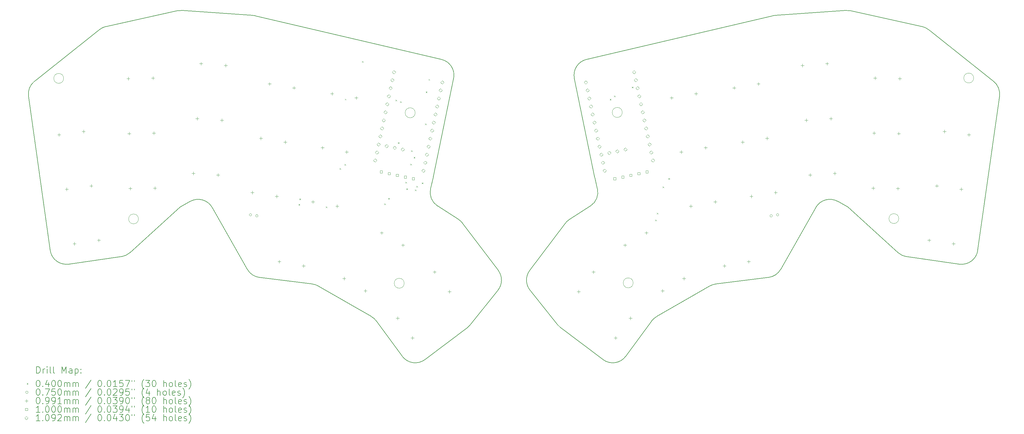
<source format=gbr>
%TF.GenerationSoftware,KiCad,Pcbnew,9.0.2*%
%TF.CreationDate,2025-07-07T14:03:04-04:00*%
%TF.ProjectId,routed_banana_split,726f7574-6564-45f6-9261-6e616e615f73,0.0.1*%
%TF.SameCoordinates,Original*%
%TF.FileFunction,Drillmap*%
%TF.FilePolarity,Positive*%
%FSLAX45Y45*%
G04 Gerber Fmt 4.5, Leading zero omitted, Abs format (unit mm)*
G04 Created by KiCad (PCBNEW 9.0.2) date 2025-07-07 14:03:04*
%MOMM*%
%LPD*%
G01*
G04 APERTURE LIST*
%ADD10C,0.150000*%
%ADD11C,0.050000*%
%ADD12C,0.200000*%
%ADD13C,0.100000*%
%ADD14C,0.109220*%
G04 APERTURE END LIST*
D10*
X9828295Y-15657790D02*
X8198712Y-15886813D01*
X9155902Y-8635276D02*
G75*
G02*
X9359866Y-8538199I311308J-391264D01*
G01*
X20089200Y-10144832D02*
X19464943Y-13188366D01*
X34077108Y-15657790D02*
X35706691Y-15886813D01*
X36271412Y-15461266D02*
X36941428Y-10693850D01*
X22448093Y-16694101D02*
G75*
G02*
X22439311Y-16080972I390537J312222D01*
G01*
X20240213Y-14505734D02*
G75*
G02*
X20369350Y-14625543I-270183J-420716D01*
G01*
X24444162Y-13204972D02*
G75*
G02*
X24440460Y-13188366I486068J117062D01*
G01*
X22448093Y-16694101D02*
X23308719Y-17770587D01*
X15725911Y-16502333D02*
G75*
G02*
X15914029Y-16565476I-61881J-496157D01*
G01*
X32261391Y-14122097D02*
X33810048Y-15532344D01*
X8198712Y-15886813D02*
G75*
G02*
X7633991Y-15461266I-69587J495134D01*
G01*
D11*
X18562584Y-16478000D02*
G75*
G02*
X18255416Y-16478000I-153584J0D01*
G01*
X18255416Y-16478000D02*
G75*
G02*
X18562584Y-16478000I153584J0D01*
G01*
D10*
X11957289Y-13947086D02*
X11644012Y-14122097D01*
X21457310Y-16694101D02*
X20596684Y-17770587D01*
X18500914Y-18734547D02*
X17707252Y-17649916D01*
X34545537Y-8538199D02*
G75*
G02*
X34749500Y-8635278I-107347J-488341D01*
G01*
X24527882Y-13552598D02*
G75*
G02*
X24311963Y-14090386I-486102J-117072D01*
G01*
X34545537Y-8538199D02*
X32341352Y-8053698D01*
X23398346Y-17857682D02*
G75*
G02*
X23308720Y-17770587I300904J399312D01*
G01*
D11*
X36144116Y-10133000D02*
G75*
G02*
X35839052Y-10133000I-152532J0D01*
G01*
X35839052Y-10133000D02*
G75*
G02*
X36144116Y-10133000I152532J0D01*
G01*
D10*
X19461241Y-13204972D02*
X19377522Y-13552598D01*
X24311961Y-14090383D02*
X23665190Y-14505734D01*
X23816203Y-10144832D02*
G75*
G02*
X24191663Y-9557617I489807J100462D01*
G01*
X23536053Y-14625543D02*
G75*
G02*
X23665190Y-14505734I399317J-300907D01*
G01*
X10095356Y-15532344D02*
G75*
G02*
X9828295Y-15657790I-336646J369684D01*
G01*
X11564051Y-8053698D02*
G75*
G02*
X11706272Y-8043258I107339J-488342D01*
G01*
X30184676Y-16049287D02*
X31269349Y-14136913D01*
X28179492Y-16502333D02*
X29811644Y-16298766D01*
X20507057Y-17857682D02*
X19205331Y-18838603D01*
D11*
X18901871Y-11208000D02*
G75*
G02*
X18592129Y-11208000I-154871J0D01*
G01*
X18592129Y-11208000D02*
G75*
G02*
X18901871Y-11208000I154871J0D01*
G01*
D10*
X13968054Y-8207892D02*
X19713740Y-9557619D01*
X32199131Y-8043257D02*
X30016814Y-8195860D01*
X9359866Y-8538199D02*
X11564051Y-8053698D01*
X29937349Y-8207892D02*
X24191663Y-9557619D01*
X23398346Y-17857682D02*
X24700072Y-18838603D01*
X29937349Y-8207892D02*
G75*
G02*
X30016814Y-8195860I114341J-486748D01*
G01*
D11*
X25295455Y-11197000D02*
G75*
G02*
X24985713Y-11197000I-154871J0D01*
G01*
X24985713Y-11197000D02*
G75*
G02*
X25295455Y-11197000I154871J0D01*
G01*
D10*
X27991374Y-16565476D02*
G75*
G02*
X28179492Y-16502335I249996J-433014D01*
G01*
X19593442Y-14090383D02*
X20240213Y-14505734D01*
X15725911Y-16502333D02*
X14093758Y-16298766D01*
X36757600Y-10232998D02*
X34749501Y-8635276D01*
X32199131Y-8043257D02*
G75*
G02*
X32341352Y-8053698I34879J-498783D01*
G01*
X11957289Y-13947086D02*
G75*
G02*
X12636054Y-14136914I243851J-436504D01*
G01*
X11644012Y-14122097D02*
X10095356Y-15532344D01*
X17553742Y-17512165D02*
G75*
G02*
X17707252Y-17649916I-250002J-433015D01*
G01*
X31269348Y-14136913D02*
G75*
G02*
X31948112Y-13947089I434912J-246677D01*
G01*
D11*
X33832403Y-14479000D02*
G75*
G02*
X33528765Y-14479000I-151819J0D01*
G01*
X33528765Y-14479000D02*
G75*
G02*
X33832403Y-14479000I151819J0D01*
G01*
D10*
X26351661Y-17512165D02*
X27991374Y-16565476D01*
D11*
X10358819Y-14490000D02*
G75*
G02*
X10055181Y-14490000I-151819J0D01*
G01*
X10055181Y-14490000D02*
G75*
G02*
X10358819Y-14490000I151819J0D01*
G01*
D10*
X7147803Y-10232998D02*
X9155902Y-8635276D01*
X26198151Y-17649916D02*
G75*
G02*
X26351661Y-17512166I403509J-295264D01*
G01*
X25404489Y-18734547D02*
X26198151Y-17649916D01*
X20369350Y-14625543D02*
X21466094Y-16080971D01*
X30184677Y-16049287D02*
G75*
G02*
X29811645Y-16298768I-434917J246677D01*
G01*
X19464943Y-13188366D02*
G75*
G02*
X19461241Y-13204972I-489773J100456D01*
G01*
X20596684Y-17770587D02*
G75*
G02*
X20507057Y-17857681I-390524J312217D01*
G01*
X19713740Y-9557619D02*
G75*
G02*
X20089204Y-10144833I-114340J-486751D01*
G01*
X11706272Y-8043257D02*
X13888589Y-8195860D01*
X24444162Y-13204972D02*
X24527882Y-13552598D01*
D11*
X25632168Y-16467000D02*
G75*
G02*
X25325000Y-16467000I-153584J0D01*
G01*
X25325000Y-16467000D02*
G75*
G02*
X25632168Y-16467000I153584J0D01*
G01*
D10*
X21466094Y-16080971D02*
G75*
G02*
X21457311Y-16694103I-399314J-300909D01*
G01*
X36757600Y-10232998D02*
G75*
G02*
X36941423Y-10693850I-311310J-391262D01*
G01*
X17553742Y-17512165D02*
X15914029Y-16565476D01*
X25404489Y-18734547D02*
G75*
G02*
X24700072Y-18838603I-403509J295257D01*
G01*
X19205331Y-18838603D02*
G75*
G02*
X18500910Y-18734550I-300911J399313D01*
G01*
X6963975Y-10693850D02*
G75*
G02*
X7147803Y-10232999I495134J69586D01*
G01*
X14093758Y-16298766D02*
G75*
G02*
X13720726Y-16049288I61882J496156D01*
G01*
X13888589Y-8195860D02*
G75*
G02*
X13968054Y-8207892I-34879J-498780D01*
G01*
X23536053Y-14625543D02*
X22439309Y-16080971D01*
D11*
X8048532Y-10144000D02*
G75*
G02*
X7743468Y-10144000I-152532J0D01*
G01*
X7743468Y-10144000D02*
G75*
G02*
X8048532Y-10144000I152532J0D01*
G01*
D10*
X23816203Y-10144832D02*
X24440460Y-13188366D01*
X7633991Y-15461266D02*
X6963975Y-10693850D01*
X13720726Y-16049287D02*
X12636054Y-14136913D01*
X19593442Y-14090383D02*
G75*
G02*
X19377524Y-13552598I270178J420713D01*
G01*
X31948114Y-13947086D02*
X32261391Y-14122097D01*
X36271412Y-15461266D02*
G75*
G02*
X35706691Y-15886811I-495132J69586D01*
G01*
X34077108Y-15657790D02*
G75*
G02*
X33810047Y-15532345I69582J495130D01*
G01*
D12*
D13*
X15302000Y-14028000D02*
X15342000Y-14068000D01*
X15342000Y-14028000D02*
X15302000Y-14068000D01*
X15327000Y-13861000D02*
X15367000Y-13901000D01*
X15367000Y-13861000D02*
X15327000Y-13901000D01*
X16146000Y-14106000D02*
X16186000Y-14146000D01*
X16186000Y-14106000D02*
X16146000Y-14146000D01*
X16565667Y-12918333D02*
X16605667Y-12958333D01*
X16605667Y-12918333D02*
X16565667Y-12958333D01*
X16717000Y-12793000D02*
X16757000Y-12833000D01*
X16757000Y-12793000D02*
X16717000Y-12833000D01*
X16732000Y-10773000D02*
X16772000Y-10813000D01*
X16772000Y-10773000D02*
X16732000Y-10813000D01*
X17262000Y-9612000D02*
X17302000Y-9652000D01*
X17302000Y-9612000D02*
X17262000Y-9652000D01*
X17944000Y-14015000D02*
X17984000Y-14055000D01*
X17984000Y-14015000D02*
X17944000Y-14055000D01*
X18070000Y-13844000D02*
X18110000Y-13884000D01*
X18110000Y-13844000D02*
X18070000Y-13884000D01*
X18295391Y-10805000D02*
X18335391Y-10845000D01*
X18335391Y-10805000D02*
X18295391Y-10845000D01*
X18369000Y-12120000D02*
X18409000Y-12160000D01*
X18409000Y-12120000D02*
X18369000Y-12160000D01*
X18440391Y-10853000D02*
X18480391Y-10893000D01*
X18480391Y-10853000D02*
X18440391Y-10893000D01*
X18601000Y-13341000D02*
X18641000Y-13381000D01*
X18641000Y-13341000D02*
X18601000Y-13381000D01*
X18628000Y-13547000D02*
X18668000Y-13587000D01*
X18668000Y-13547000D02*
X18628000Y-13587000D01*
X18750408Y-12782408D02*
X18790408Y-12822408D01*
X18790408Y-12782408D02*
X18750408Y-12822408D01*
X18775000Y-12371000D02*
X18815000Y-12411000D01*
X18815000Y-12371000D02*
X18775000Y-12411000D01*
X18857643Y-12572643D02*
X18897643Y-12612643D01*
X18897643Y-12572643D02*
X18857643Y-12612643D01*
X18897934Y-13581934D02*
X18937934Y-13621934D01*
X18937934Y-13581934D02*
X18897934Y-13621934D01*
X18939000Y-13471000D02*
X18979000Y-13511000D01*
X18979000Y-13471000D02*
X18939000Y-13511000D01*
X19108000Y-13364000D02*
X19148000Y-13404000D01*
X19148000Y-13364000D02*
X19108000Y-13404000D01*
X19206000Y-11539000D02*
X19246000Y-11579000D01*
X19246000Y-11539000D02*
X19206000Y-11579000D01*
X19229000Y-10551000D02*
X19269000Y-10591000D01*
X19269000Y-10551000D02*
X19229000Y-10591000D01*
X19314000Y-10164000D02*
X19354000Y-10204000D01*
X19354000Y-10164000D02*
X19314000Y-10204000D01*
X24910000Y-10779000D02*
X24950000Y-10819000D01*
X24950000Y-10779000D02*
X24910000Y-10819000D01*
X25044000Y-10678000D02*
X25084000Y-10718000D01*
X25084000Y-10678000D02*
X25044000Y-10718000D01*
X25595000Y-10401000D02*
X25635000Y-10441000D01*
X25635000Y-10401000D02*
X25595000Y-10441000D01*
X26311000Y-14509000D02*
X26351000Y-14549000D01*
X26351000Y-14509000D02*
X26311000Y-14549000D01*
X26365167Y-14301322D02*
X26405167Y-14341322D01*
X26405167Y-14301322D02*
X26365167Y-14341322D01*
X26539000Y-13490000D02*
X26579000Y-13530000D01*
X26579000Y-13490000D02*
X26539000Y-13530000D01*
X26718000Y-13230000D02*
X26758000Y-13270000D01*
X26758000Y-13230000D02*
X26718000Y-13270000D01*
X13853603Y-14362536D02*
G75*
G02*
X13778603Y-14362536I-37500J0D01*
G01*
X13778603Y-14362536D02*
G75*
G02*
X13853603Y-14362536I37500J0D01*
G01*
X14051141Y-14393822D02*
G75*
G02*
X13976141Y-14393822I-37500J0D01*
G01*
X13976141Y-14393822D02*
G75*
G02*
X14051141Y-14393822I37500J0D01*
G01*
X29929262Y-14393822D02*
G75*
G02*
X29854262Y-14393822I-37500J0D01*
G01*
X29854262Y-14393822D02*
G75*
G02*
X29929262Y-14393822I37500J0D01*
G01*
X30126800Y-14362536D02*
G75*
G02*
X30051800Y-14362536I-37500J0D01*
G01*
X30051800Y-14362536D02*
G75*
G02*
X30126800Y-14362536I37500J0D01*
G01*
X7908402Y-11838774D02*
X7908402Y-11937834D01*
X7858872Y-11888304D02*
X7957932Y-11888304D01*
X8144996Y-13522229D02*
X8144996Y-13621289D01*
X8095466Y-13571759D02*
X8194526Y-13571759D01*
X8381590Y-15205685D02*
X8381590Y-15304745D01*
X8332060Y-15255215D02*
X8431120Y-15255215D01*
X8662986Y-11732723D02*
X8662986Y-11831783D01*
X8613456Y-11782253D02*
X8712516Y-11782253D01*
X8899580Y-13416179D02*
X8899580Y-13515239D01*
X8850050Y-13465709D02*
X8949110Y-13465709D01*
X9136174Y-15099635D02*
X9136174Y-15198695D01*
X9086644Y-15149165D02*
X9185704Y-15149165D01*
X10043436Y-10099896D02*
X10043436Y-10198956D01*
X9993906Y-10149426D02*
X10092966Y-10149426D01*
X10073105Y-11799637D02*
X10073105Y-11898697D01*
X10023575Y-11849167D02*
X10122635Y-11849167D01*
X10102774Y-13499378D02*
X10102774Y-13598438D01*
X10053244Y-13548908D02*
X10152304Y-13548908D01*
X10805320Y-10086597D02*
X10805320Y-10185657D01*
X10755790Y-10136127D02*
X10854850Y-10136127D01*
X10834989Y-11786338D02*
X10834989Y-11885398D01*
X10785459Y-11835868D02*
X10884519Y-11835868D01*
X10864658Y-13486079D02*
X10864658Y-13585139D01*
X10815128Y-13535609D02*
X10914188Y-13535609D01*
X12052754Y-13030165D02*
X12052754Y-13129225D01*
X12003224Y-13079695D02*
X12102284Y-13079695D01*
X12171340Y-11334306D02*
X12171340Y-11433366D01*
X12121810Y-11383836D02*
X12220870Y-11383836D01*
X12289926Y-9638448D02*
X12289926Y-9737508D01*
X12240396Y-9687978D02*
X12339456Y-9687978D01*
X12812898Y-13083320D02*
X12812898Y-13182380D01*
X12763368Y-13132850D02*
X12862428Y-13132850D01*
X12931484Y-11387461D02*
X12931484Y-11486521D01*
X12881954Y-11436991D02*
X12981014Y-11436991D01*
X13050070Y-9691602D02*
X13050070Y-9790662D01*
X13000540Y-9741132D02*
X13099600Y-9741132D01*
X13873671Y-13623522D02*
X13873671Y-13722582D01*
X13824141Y-13673052D02*
X13923201Y-13673052D01*
X14139609Y-11944452D02*
X14139609Y-12043512D01*
X14090079Y-11993982D02*
X14189139Y-11993982D01*
X14405548Y-10265382D02*
X14405548Y-10364442D01*
X14356018Y-10314912D02*
X14455078Y-10314912D01*
X14626289Y-13742725D02*
X14626289Y-13841785D01*
X14576759Y-13792255D02*
X14675819Y-13792255D01*
X14706107Y-15760811D02*
X14706107Y-15859871D01*
X14656577Y-15810341D02*
X14755637Y-15810341D01*
X14892228Y-12063655D02*
X14892228Y-12162715D01*
X14842698Y-12113185D02*
X14941758Y-12113185D01*
X15158167Y-10384585D02*
X15158167Y-10483645D01*
X15108637Y-10434115D02*
X15207697Y-10434115D01*
X15456531Y-15893131D02*
X15456531Y-15992191D01*
X15407001Y-15942661D02*
X15506061Y-15942661D01*
X15742769Y-13912749D02*
X15742769Y-14011809D01*
X15693239Y-13962279D02*
X15792299Y-13962279D01*
X16037971Y-12238576D02*
X16037971Y-12337636D01*
X15988441Y-12288106D02*
X16087501Y-12288106D01*
X16333173Y-10564403D02*
X16333173Y-10663463D01*
X16283643Y-10613933D02*
X16382703Y-10613933D01*
X16493193Y-14045069D02*
X16493193Y-14144129D01*
X16443663Y-14094599D02*
X16542723Y-14094599D01*
X16705733Y-16280216D02*
X16705733Y-16379276D01*
X16656203Y-16329746D02*
X16755263Y-16329746D01*
X16788395Y-12370896D02*
X16788395Y-12469956D01*
X16738865Y-12420426D02*
X16837925Y-12420426D01*
X17083597Y-10696723D02*
X17083597Y-10795783D01*
X17034067Y-10746253D02*
X17133127Y-10746253D01*
X17365644Y-16661216D02*
X17365644Y-16760276D01*
X17316114Y-16710746D02*
X17415174Y-16710746D01*
X17865540Y-14871371D02*
X17865540Y-14970431D01*
X17816010Y-14920901D02*
X17915070Y-14920901D01*
X18358160Y-17510443D02*
X18358160Y-17609503D01*
X18308630Y-17559973D02*
X18407690Y-17559973D01*
X18525452Y-15252371D02*
X18525452Y-15351431D01*
X18475922Y-15301901D02*
X18574982Y-15301901D01*
X18816743Y-18119003D02*
X18816743Y-18218063D01*
X18767213Y-18168533D02*
X18866273Y-18168533D01*
X19500481Y-16081609D02*
X19500481Y-16180669D01*
X19450951Y-16131139D02*
X19550011Y-16131139D01*
X19959064Y-16690169D02*
X19959064Y-16789229D01*
X19909534Y-16739699D02*
X20008594Y-16739699D01*
X23946339Y-16690169D02*
X23946339Y-16789229D01*
X23896809Y-16739699D02*
X23995869Y-16739699D01*
X24404922Y-16081609D02*
X24404922Y-16180669D01*
X24355392Y-16131139D02*
X24454452Y-16131139D01*
X25088660Y-18119003D02*
X25088660Y-18218063D01*
X25039130Y-18168533D02*
X25138190Y-18168533D01*
X25379951Y-15252371D02*
X25379951Y-15351431D01*
X25330421Y-15301901D02*
X25429481Y-15301901D01*
X25547243Y-17510443D02*
X25547243Y-17609503D01*
X25497713Y-17559973D02*
X25596773Y-17559973D01*
X26039863Y-14871371D02*
X26039863Y-14970431D01*
X25990333Y-14920901D02*
X26089393Y-14920901D01*
X26539759Y-16661216D02*
X26539759Y-16760276D01*
X26490229Y-16710746D02*
X26589289Y-16710746D01*
X26821806Y-10696723D02*
X26821806Y-10795783D01*
X26772276Y-10746253D02*
X26871336Y-10746253D01*
X27117008Y-12370896D02*
X27117008Y-12469956D01*
X27067478Y-12420426D02*
X27166538Y-12420426D01*
X27199670Y-16280216D02*
X27199670Y-16379276D01*
X27150140Y-16329746D02*
X27249200Y-16329746D01*
X27412210Y-14045069D02*
X27412210Y-14144129D01*
X27362680Y-14094599D02*
X27461740Y-14094599D01*
X27572230Y-10564403D02*
X27572230Y-10663463D01*
X27522700Y-10613933D02*
X27621760Y-10613933D01*
X27867432Y-12238576D02*
X27867432Y-12337636D01*
X27817902Y-12288106D02*
X27916962Y-12288106D01*
X28162634Y-13912749D02*
X28162634Y-14011809D01*
X28113104Y-13962279D02*
X28212164Y-13962279D01*
X28448872Y-15893131D02*
X28448872Y-15992191D01*
X28399342Y-15942661D02*
X28498402Y-15942661D01*
X28747236Y-10384585D02*
X28747236Y-10483645D01*
X28697706Y-10434115D02*
X28796766Y-10434115D01*
X29013175Y-12063655D02*
X29013175Y-12162715D01*
X28963645Y-12113185D02*
X29062705Y-12113185D01*
X29199296Y-15760811D02*
X29199296Y-15859871D01*
X29149766Y-15810341D02*
X29248826Y-15810341D01*
X29279113Y-13742725D02*
X29279113Y-13841785D01*
X29229583Y-13792255D02*
X29328643Y-13792255D01*
X29499855Y-10265382D02*
X29499855Y-10364442D01*
X29450325Y-10314912D02*
X29549385Y-10314912D01*
X29765793Y-11944452D02*
X29765793Y-12043512D01*
X29716263Y-11993982D02*
X29815323Y-11993982D01*
X30031732Y-13623522D02*
X30031732Y-13722582D01*
X29982202Y-13673052D02*
X30081262Y-13673052D01*
X30855333Y-9691602D02*
X30855333Y-9790662D01*
X30805803Y-9741132D02*
X30904863Y-9741132D01*
X30973919Y-11387461D02*
X30973919Y-11486521D01*
X30924389Y-11436991D02*
X31023449Y-11436991D01*
X31092505Y-13083320D02*
X31092505Y-13182380D01*
X31042975Y-13132850D02*
X31142035Y-13132850D01*
X31615477Y-9638448D02*
X31615477Y-9737508D01*
X31565947Y-9687978D02*
X31665007Y-9687978D01*
X31734063Y-11334306D02*
X31734063Y-11433366D01*
X31684533Y-11383836D02*
X31783593Y-11383836D01*
X31852649Y-13030165D02*
X31852649Y-13129225D01*
X31803119Y-13079695D02*
X31902179Y-13079695D01*
X33040745Y-13486079D02*
X33040745Y-13585139D01*
X32991215Y-13535609D02*
X33090275Y-13535609D01*
X33070414Y-11786338D02*
X33070414Y-11885398D01*
X33020884Y-11835868D02*
X33119944Y-11835868D01*
X33100083Y-10086597D02*
X33100083Y-10185657D01*
X33050553Y-10136127D02*
X33149613Y-10136127D01*
X33802629Y-13499378D02*
X33802629Y-13598438D01*
X33753099Y-13548908D02*
X33852159Y-13548908D01*
X33832298Y-11799637D02*
X33832298Y-11898697D01*
X33782768Y-11849167D02*
X33881828Y-11849167D01*
X33861967Y-10099896D02*
X33861967Y-10198956D01*
X33812437Y-10149426D02*
X33911497Y-10149426D01*
X34769229Y-15099635D02*
X34769229Y-15198695D01*
X34719699Y-15149165D02*
X34818759Y-15149165D01*
X35005823Y-13416179D02*
X35005823Y-13515239D01*
X34956293Y-13465709D02*
X35055353Y-13465709D01*
X35242417Y-11732723D02*
X35242417Y-11831783D01*
X35192887Y-11782253D02*
X35291947Y-11782253D01*
X35523813Y-15205685D02*
X35523813Y-15304745D01*
X35474283Y-15255215D02*
X35573343Y-15255215D01*
X35760407Y-13522229D02*
X35760407Y-13621289D01*
X35710877Y-13571759D02*
X35809937Y-13571759D01*
X35997001Y-11838774D02*
X35997001Y-11937834D01*
X35947471Y-11888304D02*
X36046531Y-11888304D01*
X17886285Y-13069872D02*
X17886285Y-12999160D01*
X17815573Y-12999160D01*
X17815573Y-13069872D01*
X17886285Y-13069872D01*
X18134734Y-13122681D02*
X18134734Y-13051970D01*
X18064023Y-13051970D01*
X18064023Y-13122681D01*
X18134734Y-13122681D01*
X18383184Y-13175491D02*
X18383184Y-13104780D01*
X18312472Y-13104780D01*
X18312472Y-13175491D01*
X18383184Y-13175491D01*
X18631633Y-13228301D02*
X18631633Y-13157589D01*
X18560922Y-13157589D01*
X18560922Y-13228301D01*
X18631633Y-13228301D01*
X18880083Y-13281110D02*
X18880083Y-13210399D01*
X18809371Y-13210399D01*
X18809371Y-13281110D01*
X18880083Y-13281110D01*
X25096032Y-13281110D02*
X25096032Y-13210399D01*
X25025320Y-13210399D01*
X25025320Y-13281110D01*
X25096032Y-13281110D01*
X25344481Y-13228301D02*
X25344481Y-13157589D01*
X25273770Y-13157589D01*
X25273770Y-13228301D01*
X25344481Y-13228301D01*
X25592931Y-13175491D02*
X25592931Y-13104780D01*
X25522219Y-13104780D01*
X25522219Y-13175491D01*
X25592931Y-13175491D01*
X25841380Y-13122681D02*
X25841380Y-13051970D01*
X25770669Y-13051970D01*
X25770669Y-13122681D01*
X25841380Y-13122681D01*
X26089830Y-13069872D02*
X26089830Y-12999160D01*
X26019118Y-12999160D01*
X26019118Y-13069872D01*
X26089830Y-13069872D01*
D14*
X17665143Y-12735799D02*
X17719753Y-12681189D01*
X17665143Y-12626579D01*
X17610533Y-12681189D01*
X17665143Y-12735799D01*
X17717953Y-12487349D02*
X17772563Y-12432739D01*
X17717953Y-12378129D01*
X17663343Y-12432739D01*
X17717953Y-12487349D01*
X17770762Y-12238900D02*
X17825372Y-12184290D01*
X17770762Y-12129680D01*
X17716152Y-12184290D01*
X17770762Y-12238900D01*
X17823572Y-11990450D02*
X17878182Y-11935840D01*
X17823572Y-11881230D01*
X17768962Y-11935840D01*
X17823572Y-11990450D01*
X17876382Y-11742001D02*
X17930992Y-11687391D01*
X17876382Y-11632781D01*
X17821772Y-11687391D01*
X17876382Y-11742001D01*
X17929191Y-11493551D02*
X17983801Y-11438941D01*
X17929191Y-11384331D01*
X17874581Y-11438941D01*
X17929191Y-11493551D01*
X17982001Y-11245102D02*
X18036611Y-11190492D01*
X17982001Y-11135882D01*
X17927391Y-11190492D01*
X17982001Y-11245102D01*
X18019212Y-12291709D02*
X18073822Y-12237099D01*
X18019212Y-12182489D01*
X17964602Y-12237099D01*
X18019212Y-12291709D01*
X18034810Y-10996653D02*
X18089420Y-10942043D01*
X18034810Y-10887433D01*
X17980200Y-10942043D01*
X18034810Y-10996653D01*
X18087620Y-10748203D02*
X18142230Y-10693593D01*
X18087620Y-10638983D01*
X18033010Y-10693593D01*
X18087620Y-10748203D01*
X18140429Y-10499754D02*
X18195039Y-10445144D01*
X18140429Y-10390534D01*
X18085819Y-10445144D01*
X18140429Y-10499754D01*
X18193239Y-10251304D02*
X18247849Y-10196694D01*
X18193239Y-10142084D01*
X18138629Y-10196694D01*
X18193239Y-10251304D01*
X18246049Y-10002855D02*
X18300659Y-9948245D01*
X18246049Y-9893635D01*
X18191439Y-9948245D01*
X18246049Y-10002855D01*
X18267661Y-12344519D02*
X18322271Y-12289909D01*
X18267661Y-12235299D01*
X18213051Y-12289909D01*
X18267661Y-12344519D01*
X18516111Y-12397329D02*
X18570721Y-12342719D01*
X18516111Y-12288109D01*
X18461501Y-12342719D01*
X18516111Y-12397329D01*
X19155840Y-13052656D02*
X19210450Y-12998046D01*
X19155840Y-12943436D01*
X19101230Y-12998046D01*
X19155840Y-13052656D01*
X19208650Y-12804207D02*
X19263260Y-12749597D01*
X19208650Y-12694987D01*
X19154040Y-12749597D01*
X19208650Y-12804207D01*
X19261459Y-12555757D02*
X19316069Y-12501147D01*
X19261459Y-12446537D01*
X19206849Y-12501147D01*
X19261459Y-12555757D01*
X19314269Y-12307308D02*
X19368879Y-12252698D01*
X19314269Y-12198088D01*
X19259659Y-12252698D01*
X19314269Y-12307308D01*
X19367079Y-12058858D02*
X19421689Y-12004248D01*
X19367079Y-11949638D01*
X19312469Y-12004248D01*
X19367079Y-12058858D01*
X19419888Y-11810409D02*
X19474498Y-11755799D01*
X19419888Y-11701189D01*
X19365278Y-11755799D01*
X19419888Y-11810409D01*
X19472698Y-11561959D02*
X19527308Y-11507349D01*
X19472698Y-11452739D01*
X19418088Y-11507349D01*
X19472698Y-11561959D01*
X19525507Y-11313510D02*
X19580117Y-11258900D01*
X19525507Y-11204290D01*
X19470897Y-11258900D01*
X19525507Y-11313510D01*
X19578317Y-11065060D02*
X19632927Y-11010450D01*
X19578317Y-10955840D01*
X19523707Y-11010450D01*
X19578317Y-11065060D01*
X19631126Y-10816611D02*
X19685736Y-10762001D01*
X19631126Y-10707391D01*
X19576516Y-10762001D01*
X19631126Y-10816611D01*
X19683936Y-10568161D02*
X19738546Y-10513551D01*
X19683936Y-10458941D01*
X19629326Y-10513551D01*
X19683936Y-10568161D01*
X19736746Y-10319712D02*
X19791356Y-10265102D01*
X19736746Y-10210492D01*
X19682136Y-10265102D01*
X19736746Y-10319712D01*
X24168658Y-10319712D02*
X24223268Y-10265102D01*
X24168658Y-10210492D01*
X24114048Y-10265102D01*
X24168658Y-10319712D01*
X24221467Y-10568161D02*
X24276077Y-10513551D01*
X24221467Y-10458941D01*
X24166857Y-10513551D01*
X24221467Y-10568161D01*
X24274277Y-10816611D02*
X24328887Y-10762001D01*
X24274277Y-10707391D01*
X24219667Y-10762001D01*
X24274277Y-10816611D01*
X24327086Y-11065060D02*
X24381696Y-11010450D01*
X24327086Y-10955840D01*
X24272476Y-11010450D01*
X24327086Y-11065060D01*
X24379896Y-11313510D02*
X24434506Y-11258900D01*
X24379896Y-11204290D01*
X24325286Y-11258900D01*
X24379896Y-11313510D01*
X24432705Y-11561959D02*
X24487315Y-11507349D01*
X24432705Y-11452739D01*
X24378095Y-11507349D01*
X24432705Y-11561959D01*
X24485515Y-11810409D02*
X24540125Y-11755799D01*
X24485515Y-11701189D01*
X24430905Y-11755799D01*
X24485515Y-11810409D01*
X24538325Y-12058858D02*
X24592935Y-12004248D01*
X24538325Y-11949638D01*
X24483715Y-12004248D01*
X24538325Y-12058858D01*
X24591134Y-12307308D02*
X24645744Y-12252698D01*
X24591134Y-12198088D01*
X24536524Y-12252698D01*
X24591134Y-12307308D01*
X24643944Y-12555757D02*
X24698554Y-12501147D01*
X24643944Y-12446537D01*
X24589334Y-12501147D01*
X24643944Y-12555757D01*
X24696753Y-12804207D02*
X24751363Y-12749597D01*
X24696753Y-12694987D01*
X24642143Y-12749597D01*
X24696753Y-12804207D01*
X24749563Y-13052656D02*
X24804173Y-12998046D01*
X24749563Y-12943436D01*
X24694953Y-12998046D01*
X24749563Y-13052656D01*
X24892393Y-12502948D02*
X24947003Y-12448338D01*
X24892393Y-12393728D01*
X24837783Y-12448338D01*
X24892393Y-12502948D01*
X25140843Y-12450138D02*
X25195453Y-12395528D01*
X25140843Y-12340918D01*
X25086233Y-12395528D01*
X25140843Y-12450138D01*
X25389292Y-12397329D02*
X25443902Y-12342719D01*
X25389292Y-12288109D01*
X25334682Y-12342719D01*
X25389292Y-12397329D01*
X25659354Y-10002855D02*
X25713964Y-9948245D01*
X25659354Y-9893635D01*
X25604744Y-9948245D01*
X25659354Y-10002855D01*
X25712164Y-10251304D02*
X25766774Y-10196694D01*
X25712164Y-10142084D01*
X25657554Y-10196694D01*
X25712164Y-10251304D01*
X25764974Y-10499754D02*
X25819584Y-10445144D01*
X25764974Y-10390534D01*
X25710364Y-10445144D01*
X25764974Y-10499754D01*
X25817783Y-10748203D02*
X25872393Y-10693593D01*
X25817783Y-10638983D01*
X25763173Y-10693593D01*
X25817783Y-10748203D01*
X25870593Y-10996653D02*
X25925203Y-10942043D01*
X25870593Y-10887433D01*
X25815983Y-10942043D01*
X25870593Y-10996653D01*
X25923402Y-11245102D02*
X25978012Y-11190492D01*
X25923402Y-11135882D01*
X25868792Y-11190492D01*
X25923402Y-11245102D01*
X25976212Y-11493551D02*
X26030822Y-11438941D01*
X25976212Y-11384331D01*
X25921602Y-11438941D01*
X25976212Y-11493551D01*
X26029021Y-11742001D02*
X26083631Y-11687391D01*
X26029021Y-11632781D01*
X25974411Y-11687391D01*
X26029021Y-11742001D01*
X26081831Y-11990450D02*
X26136441Y-11935840D01*
X26081831Y-11881230D01*
X26027221Y-11935840D01*
X26081831Y-11990450D01*
X26134641Y-12238900D02*
X26189251Y-12184290D01*
X26134641Y-12129680D01*
X26080031Y-12184290D01*
X26134641Y-12238900D01*
X26187450Y-12487349D02*
X26242060Y-12432739D01*
X26187450Y-12378129D01*
X26132840Y-12432739D01*
X26187450Y-12487349D01*
X26240260Y-12735799D02*
X26294870Y-12681189D01*
X26240260Y-12626579D01*
X26185650Y-12681189D01*
X26240260Y-12735799D01*
D12*
X7212386Y-19258272D02*
X7212386Y-19058272D01*
X7212386Y-19058272D02*
X7260005Y-19058272D01*
X7260005Y-19058272D02*
X7288576Y-19067796D01*
X7288576Y-19067796D02*
X7307624Y-19086844D01*
X7307624Y-19086844D02*
X7317148Y-19105891D01*
X7317148Y-19105891D02*
X7326671Y-19143986D01*
X7326671Y-19143986D02*
X7326671Y-19172558D01*
X7326671Y-19172558D02*
X7317148Y-19210653D01*
X7317148Y-19210653D02*
X7307624Y-19229701D01*
X7307624Y-19229701D02*
X7288576Y-19248748D01*
X7288576Y-19248748D02*
X7260005Y-19258272D01*
X7260005Y-19258272D02*
X7212386Y-19258272D01*
X7412386Y-19258272D02*
X7412386Y-19124939D01*
X7412386Y-19163034D02*
X7421909Y-19143986D01*
X7421909Y-19143986D02*
X7431433Y-19134463D01*
X7431433Y-19134463D02*
X7450481Y-19124939D01*
X7450481Y-19124939D02*
X7469529Y-19124939D01*
X7536195Y-19258272D02*
X7536195Y-19124939D01*
X7536195Y-19058272D02*
X7526671Y-19067796D01*
X7526671Y-19067796D02*
X7536195Y-19077320D01*
X7536195Y-19077320D02*
X7545719Y-19067796D01*
X7545719Y-19067796D02*
X7536195Y-19058272D01*
X7536195Y-19058272D02*
X7536195Y-19077320D01*
X7660005Y-19258272D02*
X7640957Y-19248748D01*
X7640957Y-19248748D02*
X7631433Y-19229701D01*
X7631433Y-19229701D02*
X7631433Y-19058272D01*
X7764767Y-19258272D02*
X7745719Y-19248748D01*
X7745719Y-19248748D02*
X7736195Y-19229701D01*
X7736195Y-19229701D02*
X7736195Y-19058272D01*
X7993338Y-19258272D02*
X7993338Y-19058272D01*
X7993338Y-19058272D02*
X8060005Y-19201129D01*
X8060005Y-19201129D02*
X8126671Y-19058272D01*
X8126671Y-19058272D02*
X8126671Y-19258272D01*
X8307624Y-19258272D02*
X8307624Y-19153510D01*
X8307624Y-19153510D02*
X8298100Y-19134463D01*
X8298100Y-19134463D02*
X8279052Y-19124939D01*
X8279052Y-19124939D02*
X8240957Y-19124939D01*
X8240957Y-19124939D02*
X8221909Y-19134463D01*
X8307624Y-19248748D02*
X8288576Y-19258272D01*
X8288576Y-19258272D02*
X8240957Y-19258272D01*
X8240957Y-19258272D02*
X8221909Y-19248748D01*
X8221909Y-19248748D02*
X8212386Y-19229701D01*
X8212386Y-19229701D02*
X8212386Y-19210653D01*
X8212386Y-19210653D02*
X8221909Y-19191605D01*
X8221909Y-19191605D02*
X8240957Y-19182082D01*
X8240957Y-19182082D02*
X8288576Y-19182082D01*
X8288576Y-19182082D02*
X8307624Y-19172558D01*
X8402862Y-19124939D02*
X8402862Y-19324939D01*
X8402862Y-19134463D02*
X8421910Y-19124939D01*
X8421910Y-19124939D02*
X8460005Y-19124939D01*
X8460005Y-19124939D02*
X8479052Y-19134463D01*
X8479052Y-19134463D02*
X8488576Y-19143986D01*
X8488576Y-19143986D02*
X8498100Y-19163034D01*
X8498100Y-19163034D02*
X8498100Y-19220177D01*
X8498100Y-19220177D02*
X8488576Y-19239224D01*
X8488576Y-19239224D02*
X8479052Y-19248748D01*
X8479052Y-19248748D02*
X8460005Y-19258272D01*
X8460005Y-19258272D02*
X8421910Y-19258272D01*
X8421910Y-19258272D02*
X8402862Y-19248748D01*
X8583814Y-19239224D02*
X8593338Y-19248748D01*
X8593338Y-19248748D02*
X8583814Y-19258272D01*
X8583814Y-19258272D02*
X8574291Y-19248748D01*
X8574291Y-19248748D02*
X8583814Y-19239224D01*
X8583814Y-19239224D02*
X8583814Y-19258272D01*
X8583814Y-19134463D02*
X8593338Y-19143986D01*
X8593338Y-19143986D02*
X8583814Y-19153510D01*
X8583814Y-19153510D02*
X8574291Y-19143986D01*
X8574291Y-19143986D02*
X8583814Y-19134463D01*
X8583814Y-19134463D02*
X8583814Y-19153510D01*
D13*
X6911609Y-19566788D02*
X6951609Y-19606788D01*
X6951609Y-19566788D02*
X6911609Y-19606788D01*
D12*
X7250481Y-19478272D02*
X7269529Y-19478272D01*
X7269529Y-19478272D02*
X7288576Y-19487796D01*
X7288576Y-19487796D02*
X7298100Y-19497320D01*
X7298100Y-19497320D02*
X7307624Y-19516367D01*
X7307624Y-19516367D02*
X7317148Y-19554463D01*
X7317148Y-19554463D02*
X7317148Y-19602082D01*
X7317148Y-19602082D02*
X7307624Y-19640177D01*
X7307624Y-19640177D02*
X7298100Y-19659224D01*
X7298100Y-19659224D02*
X7288576Y-19668748D01*
X7288576Y-19668748D02*
X7269529Y-19678272D01*
X7269529Y-19678272D02*
X7250481Y-19678272D01*
X7250481Y-19678272D02*
X7231433Y-19668748D01*
X7231433Y-19668748D02*
X7221909Y-19659224D01*
X7221909Y-19659224D02*
X7212386Y-19640177D01*
X7212386Y-19640177D02*
X7202862Y-19602082D01*
X7202862Y-19602082D02*
X7202862Y-19554463D01*
X7202862Y-19554463D02*
X7212386Y-19516367D01*
X7212386Y-19516367D02*
X7221909Y-19497320D01*
X7221909Y-19497320D02*
X7231433Y-19487796D01*
X7231433Y-19487796D02*
X7250481Y-19478272D01*
X7402862Y-19659224D02*
X7412386Y-19668748D01*
X7412386Y-19668748D02*
X7402862Y-19678272D01*
X7402862Y-19678272D02*
X7393338Y-19668748D01*
X7393338Y-19668748D02*
X7402862Y-19659224D01*
X7402862Y-19659224D02*
X7402862Y-19678272D01*
X7583814Y-19544939D02*
X7583814Y-19678272D01*
X7536195Y-19468748D02*
X7488576Y-19611605D01*
X7488576Y-19611605D02*
X7612386Y-19611605D01*
X7726671Y-19478272D02*
X7745719Y-19478272D01*
X7745719Y-19478272D02*
X7764767Y-19487796D01*
X7764767Y-19487796D02*
X7774290Y-19497320D01*
X7774290Y-19497320D02*
X7783814Y-19516367D01*
X7783814Y-19516367D02*
X7793338Y-19554463D01*
X7793338Y-19554463D02*
X7793338Y-19602082D01*
X7793338Y-19602082D02*
X7783814Y-19640177D01*
X7783814Y-19640177D02*
X7774290Y-19659224D01*
X7774290Y-19659224D02*
X7764767Y-19668748D01*
X7764767Y-19668748D02*
X7745719Y-19678272D01*
X7745719Y-19678272D02*
X7726671Y-19678272D01*
X7726671Y-19678272D02*
X7707624Y-19668748D01*
X7707624Y-19668748D02*
X7698100Y-19659224D01*
X7698100Y-19659224D02*
X7688576Y-19640177D01*
X7688576Y-19640177D02*
X7679052Y-19602082D01*
X7679052Y-19602082D02*
X7679052Y-19554463D01*
X7679052Y-19554463D02*
X7688576Y-19516367D01*
X7688576Y-19516367D02*
X7698100Y-19497320D01*
X7698100Y-19497320D02*
X7707624Y-19487796D01*
X7707624Y-19487796D02*
X7726671Y-19478272D01*
X7917148Y-19478272D02*
X7936195Y-19478272D01*
X7936195Y-19478272D02*
X7955243Y-19487796D01*
X7955243Y-19487796D02*
X7964767Y-19497320D01*
X7964767Y-19497320D02*
X7974290Y-19516367D01*
X7974290Y-19516367D02*
X7983814Y-19554463D01*
X7983814Y-19554463D02*
X7983814Y-19602082D01*
X7983814Y-19602082D02*
X7974290Y-19640177D01*
X7974290Y-19640177D02*
X7964767Y-19659224D01*
X7964767Y-19659224D02*
X7955243Y-19668748D01*
X7955243Y-19668748D02*
X7936195Y-19678272D01*
X7936195Y-19678272D02*
X7917148Y-19678272D01*
X7917148Y-19678272D02*
X7898100Y-19668748D01*
X7898100Y-19668748D02*
X7888576Y-19659224D01*
X7888576Y-19659224D02*
X7879052Y-19640177D01*
X7879052Y-19640177D02*
X7869529Y-19602082D01*
X7869529Y-19602082D02*
X7869529Y-19554463D01*
X7869529Y-19554463D02*
X7879052Y-19516367D01*
X7879052Y-19516367D02*
X7888576Y-19497320D01*
X7888576Y-19497320D02*
X7898100Y-19487796D01*
X7898100Y-19487796D02*
X7917148Y-19478272D01*
X8069529Y-19678272D02*
X8069529Y-19544939D01*
X8069529Y-19563986D02*
X8079052Y-19554463D01*
X8079052Y-19554463D02*
X8098100Y-19544939D01*
X8098100Y-19544939D02*
X8126671Y-19544939D01*
X8126671Y-19544939D02*
X8145719Y-19554463D01*
X8145719Y-19554463D02*
X8155243Y-19573510D01*
X8155243Y-19573510D02*
X8155243Y-19678272D01*
X8155243Y-19573510D02*
X8164767Y-19554463D01*
X8164767Y-19554463D02*
X8183814Y-19544939D01*
X8183814Y-19544939D02*
X8212386Y-19544939D01*
X8212386Y-19544939D02*
X8231433Y-19554463D01*
X8231433Y-19554463D02*
X8240957Y-19573510D01*
X8240957Y-19573510D02*
X8240957Y-19678272D01*
X8336195Y-19678272D02*
X8336195Y-19544939D01*
X8336195Y-19563986D02*
X8345719Y-19554463D01*
X8345719Y-19554463D02*
X8364767Y-19544939D01*
X8364767Y-19544939D02*
X8393338Y-19544939D01*
X8393338Y-19544939D02*
X8412386Y-19554463D01*
X8412386Y-19554463D02*
X8421910Y-19573510D01*
X8421910Y-19573510D02*
X8421910Y-19678272D01*
X8421910Y-19573510D02*
X8431433Y-19554463D01*
X8431433Y-19554463D02*
X8450481Y-19544939D01*
X8450481Y-19544939D02*
X8479052Y-19544939D01*
X8479052Y-19544939D02*
X8498100Y-19554463D01*
X8498100Y-19554463D02*
X8507624Y-19573510D01*
X8507624Y-19573510D02*
X8507624Y-19678272D01*
X8898100Y-19468748D02*
X8726672Y-19725891D01*
X9155243Y-19478272D02*
X9174291Y-19478272D01*
X9174291Y-19478272D02*
X9193338Y-19487796D01*
X9193338Y-19487796D02*
X9202862Y-19497320D01*
X9202862Y-19497320D02*
X9212386Y-19516367D01*
X9212386Y-19516367D02*
X9221910Y-19554463D01*
X9221910Y-19554463D02*
X9221910Y-19602082D01*
X9221910Y-19602082D02*
X9212386Y-19640177D01*
X9212386Y-19640177D02*
X9202862Y-19659224D01*
X9202862Y-19659224D02*
X9193338Y-19668748D01*
X9193338Y-19668748D02*
X9174291Y-19678272D01*
X9174291Y-19678272D02*
X9155243Y-19678272D01*
X9155243Y-19678272D02*
X9136195Y-19668748D01*
X9136195Y-19668748D02*
X9126672Y-19659224D01*
X9126672Y-19659224D02*
X9117148Y-19640177D01*
X9117148Y-19640177D02*
X9107624Y-19602082D01*
X9107624Y-19602082D02*
X9107624Y-19554463D01*
X9107624Y-19554463D02*
X9117148Y-19516367D01*
X9117148Y-19516367D02*
X9126672Y-19497320D01*
X9126672Y-19497320D02*
X9136195Y-19487796D01*
X9136195Y-19487796D02*
X9155243Y-19478272D01*
X9307624Y-19659224D02*
X9317148Y-19668748D01*
X9317148Y-19668748D02*
X9307624Y-19678272D01*
X9307624Y-19678272D02*
X9298100Y-19668748D01*
X9298100Y-19668748D02*
X9307624Y-19659224D01*
X9307624Y-19659224D02*
X9307624Y-19678272D01*
X9440957Y-19478272D02*
X9460005Y-19478272D01*
X9460005Y-19478272D02*
X9479053Y-19487796D01*
X9479053Y-19487796D02*
X9488576Y-19497320D01*
X9488576Y-19497320D02*
X9498100Y-19516367D01*
X9498100Y-19516367D02*
X9507624Y-19554463D01*
X9507624Y-19554463D02*
X9507624Y-19602082D01*
X9507624Y-19602082D02*
X9498100Y-19640177D01*
X9498100Y-19640177D02*
X9488576Y-19659224D01*
X9488576Y-19659224D02*
X9479053Y-19668748D01*
X9479053Y-19668748D02*
X9460005Y-19678272D01*
X9460005Y-19678272D02*
X9440957Y-19678272D01*
X9440957Y-19678272D02*
X9421910Y-19668748D01*
X9421910Y-19668748D02*
X9412386Y-19659224D01*
X9412386Y-19659224D02*
X9402862Y-19640177D01*
X9402862Y-19640177D02*
X9393338Y-19602082D01*
X9393338Y-19602082D02*
X9393338Y-19554463D01*
X9393338Y-19554463D02*
X9402862Y-19516367D01*
X9402862Y-19516367D02*
X9412386Y-19497320D01*
X9412386Y-19497320D02*
X9421910Y-19487796D01*
X9421910Y-19487796D02*
X9440957Y-19478272D01*
X9698100Y-19678272D02*
X9583815Y-19678272D01*
X9640957Y-19678272D02*
X9640957Y-19478272D01*
X9640957Y-19478272D02*
X9621910Y-19506844D01*
X9621910Y-19506844D02*
X9602862Y-19525891D01*
X9602862Y-19525891D02*
X9583815Y-19535415D01*
X9879053Y-19478272D02*
X9783815Y-19478272D01*
X9783815Y-19478272D02*
X9774291Y-19573510D01*
X9774291Y-19573510D02*
X9783815Y-19563986D01*
X9783815Y-19563986D02*
X9802862Y-19554463D01*
X9802862Y-19554463D02*
X9850481Y-19554463D01*
X9850481Y-19554463D02*
X9869529Y-19563986D01*
X9869529Y-19563986D02*
X9879053Y-19573510D01*
X9879053Y-19573510D02*
X9888576Y-19592558D01*
X9888576Y-19592558D02*
X9888576Y-19640177D01*
X9888576Y-19640177D02*
X9879053Y-19659224D01*
X9879053Y-19659224D02*
X9869529Y-19668748D01*
X9869529Y-19668748D02*
X9850481Y-19678272D01*
X9850481Y-19678272D02*
X9802862Y-19678272D01*
X9802862Y-19678272D02*
X9783815Y-19668748D01*
X9783815Y-19668748D02*
X9774291Y-19659224D01*
X9955243Y-19478272D02*
X10088576Y-19478272D01*
X10088576Y-19478272D02*
X10002862Y-19678272D01*
X10155243Y-19478272D02*
X10155243Y-19516367D01*
X10231434Y-19478272D02*
X10231434Y-19516367D01*
X10526672Y-19754463D02*
X10517148Y-19744939D01*
X10517148Y-19744939D02*
X10498100Y-19716367D01*
X10498100Y-19716367D02*
X10488577Y-19697320D01*
X10488577Y-19697320D02*
X10479053Y-19668748D01*
X10479053Y-19668748D02*
X10469529Y-19621129D01*
X10469529Y-19621129D02*
X10469529Y-19583034D01*
X10469529Y-19583034D02*
X10479053Y-19535415D01*
X10479053Y-19535415D02*
X10488577Y-19506844D01*
X10488577Y-19506844D02*
X10498100Y-19487796D01*
X10498100Y-19487796D02*
X10517148Y-19459224D01*
X10517148Y-19459224D02*
X10526672Y-19449701D01*
X10583815Y-19478272D02*
X10707624Y-19478272D01*
X10707624Y-19478272D02*
X10640957Y-19554463D01*
X10640957Y-19554463D02*
X10669529Y-19554463D01*
X10669529Y-19554463D02*
X10688577Y-19563986D01*
X10688577Y-19563986D02*
X10698100Y-19573510D01*
X10698100Y-19573510D02*
X10707624Y-19592558D01*
X10707624Y-19592558D02*
X10707624Y-19640177D01*
X10707624Y-19640177D02*
X10698100Y-19659224D01*
X10698100Y-19659224D02*
X10688577Y-19668748D01*
X10688577Y-19668748D02*
X10669529Y-19678272D01*
X10669529Y-19678272D02*
X10612386Y-19678272D01*
X10612386Y-19678272D02*
X10593338Y-19668748D01*
X10593338Y-19668748D02*
X10583815Y-19659224D01*
X10831434Y-19478272D02*
X10850481Y-19478272D01*
X10850481Y-19478272D02*
X10869529Y-19487796D01*
X10869529Y-19487796D02*
X10879053Y-19497320D01*
X10879053Y-19497320D02*
X10888577Y-19516367D01*
X10888577Y-19516367D02*
X10898100Y-19554463D01*
X10898100Y-19554463D02*
X10898100Y-19602082D01*
X10898100Y-19602082D02*
X10888577Y-19640177D01*
X10888577Y-19640177D02*
X10879053Y-19659224D01*
X10879053Y-19659224D02*
X10869529Y-19668748D01*
X10869529Y-19668748D02*
X10850481Y-19678272D01*
X10850481Y-19678272D02*
X10831434Y-19678272D01*
X10831434Y-19678272D02*
X10812386Y-19668748D01*
X10812386Y-19668748D02*
X10802862Y-19659224D01*
X10802862Y-19659224D02*
X10793338Y-19640177D01*
X10793338Y-19640177D02*
X10783815Y-19602082D01*
X10783815Y-19602082D02*
X10783815Y-19554463D01*
X10783815Y-19554463D02*
X10793338Y-19516367D01*
X10793338Y-19516367D02*
X10802862Y-19497320D01*
X10802862Y-19497320D02*
X10812386Y-19487796D01*
X10812386Y-19487796D02*
X10831434Y-19478272D01*
X11136196Y-19678272D02*
X11136196Y-19478272D01*
X11221910Y-19678272D02*
X11221910Y-19573510D01*
X11221910Y-19573510D02*
X11212386Y-19554463D01*
X11212386Y-19554463D02*
X11193338Y-19544939D01*
X11193338Y-19544939D02*
X11164767Y-19544939D01*
X11164767Y-19544939D02*
X11145719Y-19554463D01*
X11145719Y-19554463D02*
X11136196Y-19563986D01*
X11345719Y-19678272D02*
X11326672Y-19668748D01*
X11326672Y-19668748D02*
X11317148Y-19659224D01*
X11317148Y-19659224D02*
X11307624Y-19640177D01*
X11307624Y-19640177D02*
X11307624Y-19583034D01*
X11307624Y-19583034D02*
X11317148Y-19563986D01*
X11317148Y-19563986D02*
X11326672Y-19554463D01*
X11326672Y-19554463D02*
X11345719Y-19544939D01*
X11345719Y-19544939D02*
X11374291Y-19544939D01*
X11374291Y-19544939D02*
X11393338Y-19554463D01*
X11393338Y-19554463D02*
X11402862Y-19563986D01*
X11402862Y-19563986D02*
X11412386Y-19583034D01*
X11412386Y-19583034D02*
X11412386Y-19640177D01*
X11412386Y-19640177D02*
X11402862Y-19659224D01*
X11402862Y-19659224D02*
X11393338Y-19668748D01*
X11393338Y-19668748D02*
X11374291Y-19678272D01*
X11374291Y-19678272D02*
X11345719Y-19678272D01*
X11526672Y-19678272D02*
X11507624Y-19668748D01*
X11507624Y-19668748D02*
X11498100Y-19649701D01*
X11498100Y-19649701D02*
X11498100Y-19478272D01*
X11679053Y-19668748D02*
X11660005Y-19678272D01*
X11660005Y-19678272D02*
X11621910Y-19678272D01*
X11621910Y-19678272D02*
X11602862Y-19668748D01*
X11602862Y-19668748D02*
X11593338Y-19649701D01*
X11593338Y-19649701D02*
X11593338Y-19573510D01*
X11593338Y-19573510D02*
X11602862Y-19554463D01*
X11602862Y-19554463D02*
X11621910Y-19544939D01*
X11621910Y-19544939D02*
X11660005Y-19544939D01*
X11660005Y-19544939D02*
X11679053Y-19554463D01*
X11679053Y-19554463D02*
X11688577Y-19573510D01*
X11688577Y-19573510D02*
X11688577Y-19592558D01*
X11688577Y-19592558D02*
X11593338Y-19611605D01*
X11764767Y-19668748D02*
X11783815Y-19678272D01*
X11783815Y-19678272D02*
X11821910Y-19678272D01*
X11821910Y-19678272D02*
X11840958Y-19668748D01*
X11840958Y-19668748D02*
X11850481Y-19649701D01*
X11850481Y-19649701D02*
X11850481Y-19640177D01*
X11850481Y-19640177D02*
X11840958Y-19621129D01*
X11840958Y-19621129D02*
X11821910Y-19611605D01*
X11821910Y-19611605D02*
X11793338Y-19611605D01*
X11793338Y-19611605D02*
X11774291Y-19602082D01*
X11774291Y-19602082D02*
X11764767Y-19583034D01*
X11764767Y-19583034D02*
X11764767Y-19573510D01*
X11764767Y-19573510D02*
X11774291Y-19554463D01*
X11774291Y-19554463D02*
X11793338Y-19544939D01*
X11793338Y-19544939D02*
X11821910Y-19544939D01*
X11821910Y-19544939D02*
X11840958Y-19554463D01*
X11917148Y-19754463D02*
X11926672Y-19744939D01*
X11926672Y-19744939D02*
X11945719Y-19716367D01*
X11945719Y-19716367D02*
X11955243Y-19697320D01*
X11955243Y-19697320D02*
X11964767Y-19668748D01*
X11964767Y-19668748D02*
X11974291Y-19621129D01*
X11974291Y-19621129D02*
X11974291Y-19583034D01*
X11974291Y-19583034D02*
X11964767Y-19535415D01*
X11964767Y-19535415D02*
X11955243Y-19506844D01*
X11955243Y-19506844D02*
X11945719Y-19487796D01*
X11945719Y-19487796D02*
X11926672Y-19459224D01*
X11926672Y-19459224D02*
X11917148Y-19449701D01*
D13*
X6951609Y-19850788D02*
G75*
G02*
X6876609Y-19850788I-37500J0D01*
G01*
X6876609Y-19850788D02*
G75*
G02*
X6951609Y-19850788I37500J0D01*
G01*
D12*
X7250481Y-19742272D02*
X7269529Y-19742272D01*
X7269529Y-19742272D02*
X7288576Y-19751796D01*
X7288576Y-19751796D02*
X7298100Y-19761320D01*
X7298100Y-19761320D02*
X7307624Y-19780367D01*
X7307624Y-19780367D02*
X7317148Y-19818463D01*
X7317148Y-19818463D02*
X7317148Y-19866082D01*
X7317148Y-19866082D02*
X7307624Y-19904177D01*
X7307624Y-19904177D02*
X7298100Y-19923224D01*
X7298100Y-19923224D02*
X7288576Y-19932748D01*
X7288576Y-19932748D02*
X7269529Y-19942272D01*
X7269529Y-19942272D02*
X7250481Y-19942272D01*
X7250481Y-19942272D02*
X7231433Y-19932748D01*
X7231433Y-19932748D02*
X7221909Y-19923224D01*
X7221909Y-19923224D02*
X7212386Y-19904177D01*
X7212386Y-19904177D02*
X7202862Y-19866082D01*
X7202862Y-19866082D02*
X7202862Y-19818463D01*
X7202862Y-19818463D02*
X7212386Y-19780367D01*
X7212386Y-19780367D02*
X7221909Y-19761320D01*
X7221909Y-19761320D02*
X7231433Y-19751796D01*
X7231433Y-19751796D02*
X7250481Y-19742272D01*
X7402862Y-19923224D02*
X7412386Y-19932748D01*
X7412386Y-19932748D02*
X7402862Y-19942272D01*
X7402862Y-19942272D02*
X7393338Y-19932748D01*
X7393338Y-19932748D02*
X7402862Y-19923224D01*
X7402862Y-19923224D02*
X7402862Y-19942272D01*
X7479052Y-19742272D02*
X7612386Y-19742272D01*
X7612386Y-19742272D02*
X7526671Y-19942272D01*
X7783814Y-19742272D02*
X7688576Y-19742272D01*
X7688576Y-19742272D02*
X7679052Y-19837510D01*
X7679052Y-19837510D02*
X7688576Y-19827986D01*
X7688576Y-19827986D02*
X7707624Y-19818463D01*
X7707624Y-19818463D02*
X7755243Y-19818463D01*
X7755243Y-19818463D02*
X7774290Y-19827986D01*
X7774290Y-19827986D02*
X7783814Y-19837510D01*
X7783814Y-19837510D02*
X7793338Y-19856558D01*
X7793338Y-19856558D02*
X7793338Y-19904177D01*
X7793338Y-19904177D02*
X7783814Y-19923224D01*
X7783814Y-19923224D02*
X7774290Y-19932748D01*
X7774290Y-19932748D02*
X7755243Y-19942272D01*
X7755243Y-19942272D02*
X7707624Y-19942272D01*
X7707624Y-19942272D02*
X7688576Y-19932748D01*
X7688576Y-19932748D02*
X7679052Y-19923224D01*
X7917148Y-19742272D02*
X7936195Y-19742272D01*
X7936195Y-19742272D02*
X7955243Y-19751796D01*
X7955243Y-19751796D02*
X7964767Y-19761320D01*
X7964767Y-19761320D02*
X7974290Y-19780367D01*
X7974290Y-19780367D02*
X7983814Y-19818463D01*
X7983814Y-19818463D02*
X7983814Y-19866082D01*
X7983814Y-19866082D02*
X7974290Y-19904177D01*
X7974290Y-19904177D02*
X7964767Y-19923224D01*
X7964767Y-19923224D02*
X7955243Y-19932748D01*
X7955243Y-19932748D02*
X7936195Y-19942272D01*
X7936195Y-19942272D02*
X7917148Y-19942272D01*
X7917148Y-19942272D02*
X7898100Y-19932748D01*
X7898100Y-19932748D02*
X7888576Y-19923224D01*
X7888576Y-19923224D02*
X7879052Y-19904177D01*
X7879052Y-19904177D02*
X7869529Y-19866082D01*
X7869529Y-19866082D02*
X7869529Y-19818463D01*
X7869529Y-19818463D02*
X7879052Y-19780367D01*
X7879052Y-19780367D02*
X7888576Y-19761320D01*
X7888576Y-19761320D02*
X7898100Y-19751796D01*
X7898100Y-19751796D02*
X7917148Y-19742272D01*
X8069529Y-19942272D02*
X8069529Y-19808939D01*
X8069529Y-19827986D02*
X8079052Y-19818463D01*
X8079052Y-19818463D02*
X8098100Y-19808939D01*
X8098100Y-19808939D02*
X8126671Y-19808939D01*
X8126671Y-19808939D02*
X8145719Y-19818463D01*
X8145719Y-19818463D02*
X8155243Y-19837510D01*
X8155243Y-19837510D02*
X8155243Y-19942272D01*
X8155243Y-19837510D02*
X8164767Y-19818463D01*
X8164767Y-19818463D02*
X8183814Y-19808939D01*
X8183814Y-19808939D02*
X8212386Y-19808939D01*
X8212386Y-19808939D02*
X8231433Y-19818463D01*
X8231433Y-19818463D02*
X8240957Y-19837510D01*
X8240957Y-19837510D02*
X8240957Y-19942272D01*
X8336195Y-19942272D02*
X8336195Y-19808939D01*
X8336195Y-19827986D02*
X8345719Y-19818463D01*
X8345719Y-19818463D02*
X8364767Y-19808939D01*
X8364767Y-19808939D02*
X8393338Y-19808939D01*
X8393338Y-19808939D02*
X8412386Y-19818463D01*
X8412386Y-19818463D02*
X8421910Y-19837510D01*
X8421910Y-19837510D02*
X8421910Y-19942272D01*
X8421910Y-19837510D02*
X8431433Y-19818463D01*
X8431433Y-19818463D02*
X8450481Y-19808939D01*
X8450481Y-19808939D02*
X8479052Y-19808939D01*
X8479052Y-19808939D02*
X8498100Y-19818463D01*
X8498100Y-19818463D02*
X8507624Y-19837510D01*
X8507624Y-19837510D02*
X8507624Y-19942272D01*
X8898100Y-19732748D02*
X8726672Y-19989891D01*
X9155243Y-19742272D02*
X9174291Y-19742272D01*
X9174291Y-19742272D02*
X9193338Y-19751796D01*
X9193338Y-19751796D02*
X9202862Y-19761320D01*
X9202862Y-19761320D02*
X9212386Y-19780367D01*
X9212386Y-19780367D02*
X9221910Y-19818463D01*
X9221910Y-19818463D02*
X9221910Y-19866082D01*
X9221910Y-19866082D02*
X9212386Y-19904177D01*
X9212386Y-19904177D02*
X9202862Y-19923224D01*
X9202862Y-19923224D02*
X9193338Y-19932748D01*
X9193338Y-19932748D02*
X9174291Y-19942272D01*
X9174291Y-19942272D02*
X9155243Y-19942272D01*
X9155243Y-19942272D02*
X9136195Y-19932748D01*
X9136195Y-19932748D02*
X9126672Y-19923224D01*
X9126672Y-19923224D02*
X9117148Y-19904177D01*
X9117148Y-19904177D02*
X9107624Y-19866082D01*
X9107624Y-19866082D02*
X9107624Y-19818463D01*
X9107624Y-19818463D02*
X9117148Y-19780367D01*
X9117148Y-19780367D02*
X9126672Y-19761320D01*
X9126672Y-19761320D02*
X9136195Y-19751796D01*
X9136195Y-19751796D02*
X9155243Y-19742272D01*
X9307624Y-19923224D02*
X9317148Y-19932748D01*
X9317148Y-19932748D02*
X9307624Y-19942272D01*
X9307624Y-19942272D02*
X9298100Y-19932748D01*
X9298100Y-19932748D02*
X9307624Y-19923224D01*
X9307624Y-19923224D02*
X9307624Y-19942272D01*
X9440957Y-19742272D02*
X9460005Y-19742272D01*
X9460005Y-19742272D02*
X9479053Y-19751796D01*
X9479053Y-19751796D02*
X9488576Y-19761320D01*
X9488576Y-19761320D02*
X9498100Y-19780367D01*
X9498100Y-19780367D02*
X9507624Y-19818463D01*
X9507624Y-19818463D02*
X9507624Y-19866082D01*
X9507624Y-19866082D02*
X9498100Y-19904177D01*
X9498100Y-19904177D02*
X9488576Y-19923224D01*
X9488576Y-19923224D02*
X9479053Y-19932748D01*
X9479053Y-19932748D02*
X9460005Y-19942272D01*
X9460005Y-19942272D02*
X9440957Y-19942272D01*
X9440957Y-19942272D02*
X9421910Y-19932748D01*
X9421910Y-19932748D02*
X9412386Y-19923224D01*
X9412386Y-19923224D02*
X9402862Y-19904177D01*
X9402862Y-19904177D02*
X9393338Y-19866082D01*
X9393338Y-19866082D02*
X9393338Y-19818463D01*
X9393338Y-19818463D02*
X9402862Y-19780367D01*
X9402862Y-19780367D02*
X9412386Y-19761320D01*
X9412386Y-19761320D02*
X9421910Y-19751796D01*
X9421910Y-19751796D02*
X9440957Y-19742272D01*
X9583815Y-19761320D02*
X9593338Y-19751796D01*
X9593338Y-19751796D02*
X9612386Y-19742272D01*
X9612386Y-19742272D02*
X9660005Y-19742272D01*
X9660005Y-19742272D02*
X9679053Y-19751796D01*
X9679053Y-19751796D02*
X9688576Y-19761320D01*
X9688576Y-19761320D02*
X9698100Y-19780367D01*
X9698100Y-19780367D02*
X9698100Y-19799415D01*
X9698100Y-19799415D02*
X9688576Y-19827986D01*
X9688576Y-19827986D02*
X9574291Y-19942272D01*
X9574291Y-19942272D02*
X9698100Y-19942272D01*
X9793338Y-19942272D02*
X9831434Y-19942272D01*
X9831434Y-19942272D02*
X9850481Y-19932748D01*
X9850481Y-19932748D02*
X9860005Y-19923224D01*
X9860005Y-19923224D02*
X9879053Y-19894653D01*
X9879053Y-19894653D02*
X9888576Y-19856558D01*
X9888576Y-19856558D02*
X9888576Y-19780367D01*
X9888576Y-19780367D02*
X9879053Y-19761320D01*
X9879053Y-19761320D02*
X9869529Y-19751796D01*
X9869529Y-19751796D02*
X9850481Y-19742272D01*
X9850481Y-19742272D02*
X9812386Y-19742272D01*
X9812386Y-19742272D02*
X9793338Y-19751796D01*
X9793338Y-19751796D02*
X9783815Y-19761320D01*
X9783815Y-19761320D02*
X9774291Y-19780367D01*
X9774291Y-19780367D02*
X9774291Y-19827986D01*
X9774291Y-19827986D02*
X9783815Y-19847034D01*
X9783815Y-19847034D02*
X9793338Y-19856558D01*
X9793338Y-19856558D02*
X9812386Y-19866082D01*
X9812386Y-19866082D02*
X9850481Y-19866082D01*
X9850481Y-19866082D02*
X9869529Y-19856558D01*
X9869529Y-19856558D02*
X9879053Y-19847034D01*
X9879053Y-19847034D02*
X9888576Y-19827986D01*
X10069529Y-19742272D02*
X9974291Y-19742272D01*
X9974291Y-19742272D02*
X9964767Y-19837510D01*
X9964767Y-19837510D02*
X9974291Y-19827986D01*
X9974291Y-19827986D02*
X9993338Y-19818463D01*
X9993338Y-19818463D02*
X10040957Y-19818463D01*
X10040957Y-19818463D02*
X10060005Y-19827986D01*
X10060005Y-19827986D02*
X10069529Y-19837510D01*
X10069529Y-19837510D02*
X10079053Y-19856558D01*
X10079053Y-19856558D02*
X10079053Y-19904177D01*
X10079053Y-19904177D02*
X10069529Y-19923224D01*
X10069529Y-19923224D02*
X10060005Y-19932748D01*
X10060005Y-19932748D02*
X10040957Y-19942272D01*
X10040957Y-19942272D02*
X9993338Y-19942272D01*
X9993338Y-19942272D02*
X9974291Y-19932748D01*
X9974291Y-19932748D02*
X9964767Y-19923224D01*
X10155243Y-19742272D02*
X10155243Y-19780367D01*
X10231434Y-19742272D02*
X10231434Y-19780367D01*
X10526672Y-20018463D02*
X10517148Y-20008939D01*
X10517148Y-20008939D02*
X10498100Y-19980367D01*
X10498100Y-19980367D02*
X10488577Y-19961320D01*
X10488577Y-19961320D02*
X10479053Y-19932748D01*
X10479053Y-19932748D02*
X10469529Y-19885129D01*
X10469529Y-19885129D02*
X10469529Y-19847034D01*
X10469529Y-19847034D02*
X10479053Y-19799415D01*
X10479053Y-19799415D02*
X10488577Y-19770844D01*
X10488577Y-19770844D02*
X10498100Y-19751796D01*
X10498100Y-19751796D02*
X10517148Y-19723224D01*
X10517148Y-19723224D02*
X10526672Y-19713701D01*
X10688577Y-19808939D02*
X10688577Y-19942272D01*
X10640957Y-19732748D02*
X10593338Y-19875605D01*
X10593338Y-19875605D02*
X10717148Y-19875605D01*
X10945719Y-19942272D02*
X10945719Y-19742272D01*
X11031434Y-19942272D02*
X11031434Y-19837510D01*
X11031434Y-19837510D02*
X11021910Y-19818463D01*
X11021910Y-19818463D02*
X11002862Y-19808939D01*
X11002862Y-19808939D02*
X10974291Y-19808939D01*
X10974291Y-19808939D02*
X10955243Y-19818463D01*
X10955243Y-19818463D02*
X10945719Y-19827986D01*
X11155243Y-19942272D02*
X11136196Y-19932748D01*
X11136196Y-19932748D02*
X11126672Y-19923224D01*
X11126672Y-19923224D02*
X11117148Y-19904177D01*
X11117148Y-19904177D02*
X11117148Y-19847034D01*
X11117148Y-19847034D02*
X11126672Y-19827986D01*
X11126672Y-19827986D02*
X11136196Y-19818463D01*
X11136196Y-19818463D02*
X11155243Y-19808939D01*
X11155243Y-19808939D02*
X11183815Y-19808939D01*
X11183815Y-19808939D02*
X11202862Y-19818463D01*
X11202862Y-19818463D02*
X11212386Y-19827986D01*
X11212386Y-19827986D02*
X11221910Y-19847034D01*
X11221910Y-19847034D02*
X11221910Y-19904177D01*
X11221910Y-19904177D02*
X11212386Y-19923224D01*
X11212386Y-19923224D02*
X11202862Y-19932748D01*
X11202862Y-19932748D02*
X11183815Y-19942272D01*
X11183815Y-19942272D02*
X11155243Y-19942272D01*
X11336196Y-19942272D02*
X11317148Y-19932748D01*
X11317148Y-19932748D02*
X11307624Y-19913701D01*
X11307624Y-19913701D02*
X11307624Y-19742272D01*
X11488577Y-19932748D02*
X11469529Y-19942272D01*
X11469529Y-19942272D02*
X11431434Y-19942272D01*
X11431434Y-19942272D02*
X11412386Y-19932748D01*
X11412386Y-19932748D02*
X11402862Y-19913701D01*
X11402862Y-19913701D02*
X11402862Y-19837510D01*
X11402862Y-19837510D02*
X11412386Y-19818463D01*
X11412386Y-19818463D02*
X11431434Y-19808939D01*
X11431434Y-19808939D02*
X11469529Y-19808939D01*
X11469529Y-19808939D02*
X11488577Y-19818463D01*
X11488577Y-19818463D02*
X11498100Y-19837510D01*
X11498100Y-19837510D02*
X11498100Y-19856558D01*
X11498100Y-19856558D02*
X11402862Y-19875605D01*
X11574291Y-19932748D02*
X11593338Y-19942272D01*
X11593338Y-19942272D02*
X11631434Y-19942272D01*
X11631434Y-19942272D02*
X11650481Y-19932748D01*
X11650481Y-19932748D02*
X11660005Y-19913701D01*
X11660005Y-19913701D02*
X11660005Y-19904177D01*
X11660005Y-19904177D02*
X11650481Y-19885129D01*
X11650481Y-19885129D02*
X11631434Y-19875605D01*
X11631434Y-19875605D02*
X11602862Y-19875605D01*
X11602862Y-19875605D02*
X11583815Y-19866082D01*
X11583815Y-19866082D02*
X11574291Y-19847034D01*
X11574291Y-19847034D02*
X11574291Y-19837510D01*
X11574291Y-19837510D02*
X11583815Y-19818463D01*
X11583815Y-19818463D02*
X11602862Y-19808939D01*
X11602862Y-19808939D02*
X11631434Y-19808939D01*
X11631434Y-19808939D02*
X11650481Y-19818463D01*
X11726672Y-20018463D02*
X11736196Y-20008939D01*
X11736196Y-20008939D02*
X11755243Y-19980367D01*
X11755243Y-19980367D02*
X11764767Y-19961320D01*
X11764767Y-19961320D02*
X11774291Y-19932748D01*
X11774291Y-19932748D02*
X11783815Y-19885129D01*
X11783815Y-19885129D02*
X11783815Y-19847034D01*
X11783815Y-19847034D02*
X11774291Y-19799415D01*
X11774291Y-19799415D02*
X11764767Y-19770844D01*
X11764767Y-19770844D02*
X11755243Y-19751796D01*
X11755243Y-19751796D02*
X11736196Y-19723224D01*
X11736196Y-19723224D02*
X11726672Y-19713701D01*
D13*
X6902079Y-20065258D02*
X6902079Y-20164318D01*
X6852549Y-20114788D02*
X6951609Y-20114788D01*
D12*
X7250481Y-20006272D02*
X7269529Y-20006272D01*
X7269529Y-20006272D02*
X7288576Y-20015796D01*
X7288576Y-20015796D02*
X7298100Y-20025320D01*
X7298100Y-20025320D02*
X7307624Y-20044367D01*
X7307624Y-20044367D02*
X7317148Y-20082463D01*
X7317148Y-20082463D02*
X7317148Y-20130082D01*
X7317148Y-20130082D02*
X7307624Y-20168177D01*
X7307624Y-20168177D02*
X7298100Y-20187224D01*
X7298100Y-20187224D02*
X7288576Y-20196748D01*
X7288576Y-20196748D02*
X7269529Y-20206272D01*
X7269529Y-20206272D02*
X7250481Y-20206272D01*
X7250481Y-20206272D02*
X7231433Y-20196748D01*
X7231433Y-20196748D02*
X7221909Y-20187224D01*
X7221909Y-20187224D02*
X7212386Y-20168177D01*
X7212386Y-20168177D02*
X7202862Y-20130082D01*
X7202862Y-20130082D02*
X7202862Y-20082463D01*
X7202862Y-20082463D02*
X7212386Y-20044367D01*
X7212386Y-20044367D02*
X7221909Y-20025320D01*
X7221909Y-20025320D02*
X7231433Y-20015796D01*
X7231433Y-20015796D02*
X7250481Y-20006272D01*
X7402862Y-20187224D02*
X7412386Y-20196748D01*
X7412386Y-20196748D02*
X7402862Y-20206272D01*
X7402862Y-20206272D02*
X7393338Y-20196748D01*
X7393338Y-20196748D02*
X7402862Y-20187224D01*
X7402862Y-20187224D02*
X7402862Y-20206272D01*
X7507624Y-20206272D02*
X7545719Y-20206272D01*
X7545719Y-20206272D02*
X7564767Y-20196748D01*
X7564767Y-20196748D02*
X7574290Y-20187224D01*
X7574290Y-20187224D02*
X7593338Y-20158653D01*
X7593338Y-20158653D02*
X7602862Y-20120558D01*
X7602862Y-20120558D02*
X7602862Y-20044367D01*
X7602862Y-20044367D02*
X7593338Y-20025320D01*
X7593338Y-20025320D02*
X7583814Y-20015796D01*
X7583814Y-20015796D02*
X7564767Y-20006272D01*
X7564767Y-20006272D02*
X7526671Y-20006272D01*
X7526671Y-20006272D02*
X7507624Y-20015796D01*
X7507624Y-20015796D02*
X7498100Y-20025320D01*
X7498100Y-20025320D02*
X7488576Y-20044367D01*
X7488576Y-20044367D02*
X7488576Y-20091986D01*
X7488576Y-20091986D02*
X7498100Y-20111034D01*
X7498100Y-20111034D02*
X7507624Y-20120558D01*
X7507624Y-20120558D02*
X7526671Y-20130082D01*
X7526671Y-20130082D02*
X7564767Y-20130082D01*
X7564767Y-20130082D02*
X7583814Y-20120558D01*
X7583814Y-20120558D02*
X7593338Y-20111034D01*
X7593338Y-20111034D02*
X7602862Y-20091986D01*
X7698100Y-20206272D02*
X7736195Y-20206272D01*
X7736195Y-20206272D02*
X7755243Y-20196748D01*
X7755243Y-20196748D02*
X7764767Y-20187224D01*
X7764767Y-20187224D02*
X7783814Y-20158653D01*
X7783814Y-20158653D02*
X7793338Y-20120558D01*
X7793338Y-20120558D02*
X7793338Y-20044367D01*
X7793338Y-20044367D02*
X7783814Y-20025320D01*
X7783814Y-20025320D02*
X7774290Y-20015796D01*
X7774290Y-20015796D02*
X7755243Y-20006272D01*
X7755243Y-20006272D02*
X7717148Y-20006272D01*
X7717148Y-20006272D02*
X7698100Y-20015796D01*
X7698100Y-20015796D02*
X7688576Y-20025320D01*
X7688576Y-20025320D02*
X7679052Y-20044367D01*
X7679052Y-20044367D02*
X7679052Y-20091986D01*
X7679052Y-20091986D02*
X7688576Y-20111034D01*
X7688576Y-20111034D02*
X7698100Y-20120558D01*
X7698100Y-20120558D02*
X7717148Y-20130082D01*
X7717148Y-20130082D02*
X7755243Y-20130082D01*
X7755243Y-20130082D02*
X7774290Y-20120558D01*
X7774290Y-20120558D02*
X7783814Y-20111034D01*
X7783814Y-20111034D02*
X7793338Y-20091986D01*
X7983814Y-20206272D02*
X7869529Y-20206272D01*
X7926671Y-20206272D02*
X7926671Y-20006272D01*
X7926671Y-20006272D02*
X7907624Y-20034844D01*
X7907624Y-20034844D02*
X7888576Y-20053891D01*
X7888576Y-20053891D02*
X7869529Y-20063415D01*
X8069529Y-20206272D02*
X8069529Y-20072939D01*
X8069529Y-20091986D02*
X8079052Y-20082463D01*
X8079052Y-20082463D02*
X8098100Y-20072939D01*
X8098100Y-20072939D02*
X8126671Y-20072939D01*
X8126671Y-20072939D02*
X8145719Y-20082463D01*
X8145719Y-20082463D02*
X8155243Y-20101510D01*
X8155243Y-20101510D02*
X8155243Y-20206272D01*
X8155243Y-20101510D02*
X8164767Y-20082463D01*
X8164767Y-20082463D02*
X8183814Y-20072939D01*
X8183814Y-20072939D02*
X8212386Y-20072939D01*
X8212386Y-20072939D02*
X8231433Y-20082463D01*
X8231433Y-20082463D02*
X8240957Y-20101510D01*
X8240957Y-20101510D02*
X8240957Y-20206272D01*
X8336195Y-20206272D02*
X8336195Y-20072939D01*
X8336195Y-20091986D02*
X8345719Y-20082463D01*
X8345719Y-20082463D02*
X8364767Y-20072939D01*
X8364767Y-20072939D02*
X8393338Y-20072939D01*
X8393338Y-20072939D02*
X8412386Y-20082463D01*
X8412386Y-20082463D02*
X8421910Y-20101510D01*
X8421910Y-20101510D02*
X8421910Y-20206272D01*
X8421910Y-20101510D02*
X8431433Y-20082463D01*
X8431433Y-20082463D02*
X8450481Y-20072939D01*
X8450481Y-20072939D02*
X8479052Y-20072939D01*
X8479052Y-20072939D02*
X8498100Y-20082463D01*
X8498100Y-20082463D02*
X8507624Y-20101510D01*
X8507624Y-20101510D02*
X8507624Y-20206272D01*
X8898100Y-19996748D02*
X8726672Y-20253891D01*
X9155243Y-20006272D02*
X9174291Y-20006272D01*
X9174291Y-20006272D02*
X9193338Y-20015796D01*
X9193338Y-20015796D02*
X9202862Y-20025320D01*
X9202862Y-20025320D02*
X9212386Y-20044367D01*
X9212386Y-20044367D02*
X9221910Y-20082463D01*
X9221910Y-20082463D02*
X9221910Y-20130082D01*
X9221910Y-20130082D02*
X9212386Y-20168177D01*
X9212386Y-20168177D02*
X9202862Y-20187224D01*
X9202862Y-20187224D02*
X9193338Y-20196748D01*
X9193338Y-20196748D02*
X9174291Y-20206272D01*
X9174291Y-20206272D02*
X9155243Y-20206272D01*
X9155243Y-20206272D02*
X9136195Y-20196748D01*
X9136195Y-20196748D02*
X9126672Y-20187224D01*
X9126672Y-20187224D02*
X9117148Y-20168177D01*
X9117148Y-20168177D02*
X9107624Y-20130082D01*
X9107624Y-20130082D02*
X9107624Y-20082463D01*
X9107624Y-20082463D02*
X9117148Y-20044367D01*
X9117148Y-20044367D02*
X9126672Y-20025320D01*
X9126672Y-20025320D02*
X9136195Y-20015796D01*
X9136195Y-20015796D02*
X9155243Y-20006272D01*
X9307624Y-20187224D02*
X9317148Y-20196748D01*
X9317148Y-20196748D02*
X9307624Y-20206272D01*
X9307624Y-20206272D02*
X9298100Y-20196748D01*
X9298100Y-20196748D02*
X9307624Y-20187224D01*
X9307624Y-20187224D02*
X9307624Y-20206272D01*
X9440957Y-20006272D02*
X9460005Y-20006272D01*
X9460005Y-20006272D02*
X9479053Y-20015796D01*
X9479053Y-20015796D02*
X9488576Y-20025320D01*
X9488576Y-20025320D02*
X9498100Y-20044367D01*
X9498100Y-20044367D02*
X9507624Y-20082463D01*
X9507624Y-20082463D02*
X9507624Y-20130082D01*
X9507624Y-20130082D02*
X9498100Y-20168177D01*
X9498100Y-20168177D02*
X9488576Y-20187224D01*
X9488576Y-20187224D02*
X9479053Y-20196748D01*
X9479053Y-20196748D02*
X9460005Y-20206272D01*
X9460005Y-20206272D02*
X9440957Y-20206272D01*
X9440957Y-20206272D02*
X9421910Y-20196748D01*
X9421910Y-20196748D02*
X9412386Y-20187224D01*
X9412386Y-20187224D02*
X9402862Y-20168177D01*
X9402862Y-20168177D02*
X9393338Y-20130082D01*
X9393338Y-20130082D02*
X9393338Y-20082463D01*
X9393338Y-20082463D02*
X9402862Y-20044367D01*
X9402862Y-20044367D02*
X9412386Y-20025320D01*
X9412386Y-20025320D02*
X9421910Y-20015796D01*
X9421910Y-20015796D02*
X9440957Y-20006272D01*
X9574291Y-20006272D02*
X9698100Y-20006272D01*
X9698100Y-20006272D02*
X9631434Y-20082463D01*
X9631434Y-20082463D02*
X9660005Y-20082463D01*
X9660005Y-20082463D02*
X9679053Y-20091986D01*
X9679053Y-20091986D02*
X9688576Y-20101510D01*
X9688576Y-20101510D02*
X9698100Y-20120558D01*
X9698100Y-20120558D02*
X9698100Y-20168177D01*
X9698100Y-20168177D02*
X9688576Y-20187224D01*
X9688576Y-20187224D02*
X9679053Y-20196748D01*
X9679053Y-20196748D02*
X9660005Y-20206272D01*
X9660005Y-20206272D02*
X9602862Y-20206272D01*
X9602862Y-20206272D02*
X9583815Y-20196748D01*
X9583815Y-20196748D02*
X9574291Y-20187224D01*
X9793338Y-20206272D02*
X9831434Y-20206272D01*
X9831434Y-20206272D02*
X9850481Y-20196748D01*
X9850481Y-20196748D02*
X9860005Y-20187224D01*
X9860005Y-20187224D02*
X9879053Y-20158653D01*
X9879053Y-20158653D02*
X9888576Y-20120558D01*
X9888576Y-20120558D02*
X9888576Y-20044367D01*
X9888576Y-20044367D02*
X9879053Y-20025320D01*
X9879053Y-20025320D02*
X9869529Y-20015796D01*
X9869529Y-20015796D02*
X9850481Y-20006272D01*
X9850481Y-20006272D02*
X9812386Y-20006272D01*
X9812386Y-20006272D02*
X9793338Y-20015796D01*
X9793338Y-20015796D02*
X9783815Y-20025320D01*
X9783815Y-20025320D02*
X9774291Y-20044367D01*
X9774291Y-20044367D02*
X9774291Y-20091986D01*
X9774291Y-20091986D02*
X9783815Y-20111034D01*
X9783815Y-20111034D02*
X9793338Y-20120558D01*
X9793338Y-20120558D02*
X9812386Y-20130082D01*
X9812386Y-20130082D02*
X9850481Y-20130082D01*
X9850481Y-20130082D02*
X9869529Y-20120558D01*
X9869529Y-20120558D02*
X9879053Y-20111034D01*
X9879053Y-20111034D02*
X9888576Y-20091986D01*
X10012386Y-20006272D02*
X10031434Y-20006272D01*
X10031434Y-20006272D02*
X10050481Y-20015796D01*
X10050481Y-20015796D02*
X10060005Y-20025320D01*
X10060005Y-20025320D02*
X10069529Y-20044367D01*
X10069529Y-20044367D02*
X10079053Y-20082463D01*
X10079053Y-20082463D02*
X10079053Y-20130082D01*
X10079053Y-20130082D02*
X10069529Y-20168177D01*
X10069529Y-20168177D02*
X10060005Y-20187224D01*
X10060005Y-20187224D02*
X10050481Y-20196748D01*
X10050481Y-20196748D02*
X10031434Y-20206272D01*
X10031434Y-20206272D02*
X10012386Y-20206272D01*
X10012386Y-20206272D02*
X9993338Y-20196748D01*
X9993338Y-20196748D02*
X9983815Y-20187224D01*
X9983815Y-20187224D02*
X9974291Y-20168177D01*
X9974291Y-20168177D02*
X9964767Y-20130082D01*
X9964767Y-20130082D02*
X9964767Y-20082463D01*
X9964767Y-20082463D02*
X9974291Y-20044367D01*
X9974291Y-20044367D02*
X9983815Y-20025320D01*
X9983815Y-20025320D02*
X9993338Y-20015796D01*
X9993338Y-20015796D02*
X10012386Y-20006272D01*
X10155243Y-20006272D02*
X10155243Y-20044367D01*
X10231434Y-20006272D02*
X10231434Y-20044367D01*
X10526672Y-20282463D02*
X10517148Y-20272939D01*
X10517148Y-20272939D02*
X10498100Y-20244367D01*
X10498100Y-20244367D02*
X10488577Y-20225320D01*
X10488577Y-20225320D02*
X10479053Y-20196748D01*
X10479053Y-20196748D02*
X10469529Y-20149129D01*
X10469529Y-20149129D02*
X10469529Y-20111034D01*
X10469529Y-20111034D02*
X10479053Y-20063415D01*
X10479053Y-20063415D02*
X10488577Y-20034844D01*
X10488577Y-20034844D02*
X10498100Y-20015796D01*
X10498100Y-20015796D02*
X10517148Y-19987224D01*
X10517148Y-19987224D02*
X10526672Y-19977701D01*
X10631434Y-20091986D02*
X10612386Y-20082463D01*
X10612386Y-20082463D02*
X10602862Y-20072939D01*
X10602862Y-20072939D02*
X10593338Y-20053891D01*
X10593338Y-20053891D02*
X10593338Y-20044367D01*
X10593338Y-20044367D02*
X10602862Y-20025320D01*
X10602862Y-20025320D02*
X10612386Y-20015796D01*
X10612386Y-20015796D02*
X10631434Y-20006272D01*
X10631434Y-20006272D02*
X10669529Y-20006272D01*
X10669529Y-20006272D02*
X10688577Y-20015796D01*
X10688577Y-20015796D02*
X10698100Y-20025320D01*
X10698100Y-20025320D02*
X10707624Y-20044367D01*
X10707624Y-20044367D02*
X10707624Y-20053891D01*
X10707624Y-20053891D02*
X10698100Y-20072939D01*
X10698100Y-20072939D02*
X10688577Y-20082463D01*
X10688577Y-20082463D02*
X10669529Y-20091986D01*
X10669529Y-20091986D02*
X10631434Y-20091986D01*
X10631434Y-20091986D02*
X10612386Y-20101510D01*
X10612386Y-20101510D02*
X10602862Y-20111034D01*
X10602862Y-20111034D02*
X10593338Y-20130082D01*
X10593338Y-20130082D02*
X10593338Y-20168177D01*
X10593338Y-20168177D02*
X10602862Y-20187224D01*
X10602862Y-20187224D02*
X10612386Y-20196748D01*
X10612386Y-20196748D02*
X10631434Y-20206272D01*
X10631434Y-20206272D02*
X10669529Y-20206272D01*
X10669529Y-20206272D02*
X10688577Y-20196748D01*
X10688577Y-20196748D02*
X10698100Y-20187224D01*
X10698100Y-20187224D02*
X10707624Y-20168177D01*
X10707624Y-20168177D02*
X10707624Y-20130082D01*
X10707624Y-20130082D02*
X10698100Y-20111034D01*
X10698100Y-20111034D02*
X10688577Y-20101510D01*
X10688577Y-20101510D02*
X10669529Y-20091986D01*
X10831434Y-20006272D02*
X10850481Y-20006272D01*
X10850481Y-20006272D02*
X10869529Y-20015796D01*
X10869529Y-20015796D02*
X10879053Y-20025320D01*
X10879053Y-20025320D02*
X10888577Y-20044367D01*
X10888577Y-20044367D02*
X10898100Y-20082463D01*
X10898100Y-20082463D02*
X10898100Y-20130082D01*
X10898100Y-20130082D02*
X10888577Y-20168177D01*
X10888577Y-20168177D02*
X10879053Y-20187224D01*
X10879053Y-20187224D02*
X10869529Y-20196748D01*
X10869529Y-20196748D02*
X10850481Y-20206272D01*
X10850481Y-20206272D02*
X10831434Y-20206272D01*
X10831434Y-20206272D02*
X10812386Y-20196748D01*
X10812386Y-20196748D02*
X10802862Y-20187224D01*
X10802862Y-20187224D02*
X10793338Y-20168177D01*
X10793338Y-20168177D02*
X10783815Y-20130082D01*
X10783815Y-20130082D02*
X10783815Y-20082463D01*
X10783815Y-20082463D02*
X10793338Y-20044367D01*
X10793338Y-20044367D02*
X10802862Y-20025320D01*
X10802862Y-20025320D02*
X10812386Y-20015796D01*
X10812386Y-20015796D02*
X10831434Y-20006272D01*
X11136196Y-20206272D02*
X11136196Y-20006272D01*
X11221910Y-20206272D02*
X11221910Y-20101510D01*
X11221910Y-20101510D02*
X11212386Y-20082463D01*
X11212386Y-20082463D02*
X11193338Y-20072939D01*
X11193338Y-20072939D02*
X11164767Y-20072939D01*
X11164767Y-20072939D02*
X11145719Y-20082463D01*
X11145719Y-20082463D02*
X11136196Y-20091986D01*
X11345719Y-20206272D02*
X11326672Y-20196748D01*
X11326672Y-20196748D02*
X11317148Y-20187224D01*
X11317148Y-20187224D02*
X11307624Y-20168177D01*
X11307624Y-20168177D02*
X11307624Y-20111034D01*
X11307624Y-20111034D02*
X11317148Y-20091986D01*
X11317148Y-20091986D02*
X11326672Y-20082463D01*
X11326672Y-20082463D02*
X11345719Y-20072939D01*
X11345719Y-20072939D02*
X11374291Y-20072939D01*
X11374291Y-20072939D02*
X11393338Y-20082463D01*
X11393338Y-20082463D02*
X11402862Y-20091986D01*
X11402862Y-20091986D02*
X11412386Y-20111034D01*
X11412386Y-20111034D02*
X11412386Y-20168177D01*
X11412386Y-20168177D02*
X11402862Y-20187224D01*
X11402862Y-20187224D02*
X11393338Y-20196748D01*
X11393338Y-20196748D02*
X11374291Y-20206272D01*
X11374291Y-20206272D02*
X11345719Y-20206272D01*
X11526672Y-20206272D02*
X11507624Y-20196748D01*
X11507624Y-20196748D02*
X11498100Y-20177701D01*
X11498100Y-20177701D02*
X11498100Y-20006272D01*
X11679053Y-20196748D02*
X11660005Y-20206272D01*
X11660005Y-20206272D02*
X11621910Y-20206272D01*
X11621910Y-20206272D02*
X11602862Y-20196748D01*
X11602862Y-20196748D02*
X11593338Y-20177701D01*
X11593338Y-20177701D02*
X11593338Y-20101510D01*
X11593338Y-20101510D02*
X11602862Y-20082463D01*
X11602862Y-20082463D02*
X11621910Y-20072939D01*
X11621910Y-20072939D02*
X11660005Y-20072939D01*
X11660005Y-20072939D02*
X11679053Y-20082463D01*
X11679053Y-20082463D02*
X11688577Y-20101510D01*
X11688577Y-20101510D02*
X11688577Y-20120558D01*
X11688577Y-20120558D02*
X11593338Y-20139605D01*
X11764767Y-20196748D02*
X11783815Y-20206272D01*
X11783815Y-20206272D02*
X11821910Y-20206272D01*
X11821910Y-20206272D02*
X11840958Y-20196748D01*
X11840958Y-20196748D02*
X11850481Y-20177701D01*
X11850481Y-20177701D02*
X11850481Y-20168177D01*
X11850481Y-20168177D02*
X11840958Y-20149129D01*
X11840958Y-20149129D02*
X11821910Y-20139605D01*
X11821910Y-20139605D02*
X11793338Y-20139605D01*
X11793338Y-20139605D02*
X11774291Y-20130082D01*
X11774291Y-20130082D02*
X11764767Y-20111034D01*
X11764767Y-20111034D02*
X11764767Y-20101510D01*
X11764767Y-20101510D02*
X11774291Y-20082463D01*
X11774291Y-20082463D02*
X11793338Y-20072939D01*
X11793338Y-20072939D02*
X11821910Y-20072939D01*
X11821910Y-20072939D02*
X11840958Y-20082463D01*
X11917148Y-20282463D02*
X11926672Y-20272939D01*
X11926672Y-20272939D02*
X11945719Y-20244367D01*
X11945719Y-20244367D02*
X11955243Y-20225320D01*
X11955243Y-20225320D02*
X11964767Y-20196748D01*
X11964767Y-20196748D02*
X11974291Y-20149129D01*
X11974291Y-20149129D02*
X11974291Y-20111034D01*
X11974291Y-20111034D02*
X11964767Y-20063415D01*
X11964767Y-20063415D02*
X11955243Y-20034844D01*
X11955243Y-20034844D02*
X11945719Y-20015796D01*
X11945719Y-20015796D02*
X11926672Y-19987224D01*
X11926672Y-19987224D02*
X11917148Y-19977701D01*
D13*
X6936965Y-20414144D02*
X6936965Y-20343433D01*
X6866253Y-20343433D01*
X6866253Y-20414144D01*
X6936965Y-20414144D01*
D12*
X7317148Y-20470272D02*
X7202862Y-20470272D01*
X7260005Y-20470272D02*
X7260005Y-20270272D01*
X7260005Y-20270272D02*
X7240957Y-20298844D01*
X7240957Y-20298844D02*
X7221909Y-20317891D01*
X7221909Y-20317891D02*
X7202862Y-20327415D01*
X7402862Y-20451224D02*
X7412386Y-20460748D01*
X7412386Y-20460748D02*
X7402862Y-20470272D01*
X7402862Y-20470272D02*
X7393338Y-20460748D01*
X7393338Y-20460748D02*
X7402862Y-20451224D01*
X7402862Y-20451224D02*
X7402862Y-20470272D01*
X7536195Y-20270272D02*
X7555243Y-20270272D01*
X7555243Y-20270272D02*
X7574290Y-20279796D01*
X7574290Y-20279796D02*
X7583814Y-20289320D01*
X7583814Y-20289320D02*
X7593338Y-20308367D01*
X7593338Y-20308367D02*
X7602862Y-20346463D01*
X7602862Y-20346463D02*
X7602862Y-20394082D01*
X7602862Y-20394082D02*
X7593338Y-20432177D01*
X7593338Y-20432177D02*
X7583814Y-20451224D01*
X7583814Y-20451224D02*
X7574290Y-20460748D01*
X7574290Y-20460748D02*
X7555243Y-20470272D01*
X7555243Y-20470272D02*
X7536195Y-20470272D01*
X7536195Y-20470272D02*
X7517148Y-20460748D01*
X7517148Y-20460748D02*
X7507624Y-20451224D01*
X7507624Y-20451224D02*
X7498100Y-20432177D01*
X7498100Y-20432177D02*
X7488576Y-20394082D01*
X7488576Y-20394082D02*
X7488576Y-20346463D01*
X7488576Y-20346463D02*
X7498100Y-20308367D01*
X7498100Y-20308367D02*
X7507624Y-20289320D01*
X7507624Y-20289320D02*
X7517148Y-20279796D01*
X7517148Y-20279796D02*
X7536195Y-20270272D01*
X7726671Y-20270272D02*
X7745719Y-20270272D01*
X7745719Y-20270272D02*
X7764767Y-20279796D01*
X7764767Y-20279796D02*
X7774290Y-20289320D01*
X7774290Y-20289320D02*
X7783814Y-20308367D01*
X7783814Y-20308367D02*
X7793338Y-20346463D01*
X7793338Y-20346463D02*
X7793338Y-20394082D01*
X7793338Y-20394082D02*
X7783814Y-20432177D01*
X7783814Y-20432177D02*
X7774290Y-20451224D01*
X7774290Y-20451224D02*
X7764767Y-20460748D01*
X7764767Y-20460748D02*
X7745719Y-20470272D01*
X7745719Y-20470272D02*
X7726671Y-20470272D01*
X7726671Y-20470272D02*
X7707624Y-20460748D01*
X7707624Y-20460748D02*
X7698100Y-20451224D01*
X7698100Y-20451224D02*
X7688576Y-20432177D01*
X7688576Y-20432177D02*
X7679052Y-20394082D01*
X7679052Y-20394082D02*
X7679052Y-20346463D01*
X7679052Y-20346463D02*
X7688576Y-20308367D01*
X7688576Y-20308367D02*
X7698100Y-20289320D01*
X7698100Y-20289320D02*
X7707624Y-20279796D01*
X7707624Y-20279796D02*
X7726671Y-20270272D01*
X7917148Y-20270272D02*
X7936195Y-20270272D01*
X7936195Y-20270272D02*
X7955243Y-20279796D01*
X7955243Y-20279796D02*
X7964767Y-20289320D01*
X7964767Y-20289320D02*
X7974290Y-20308367D01*
X7974290Y-20308367D02*
X7983814Y-20346463D01*
X7983814Y-20346463D02*
X7983814Y-20394082D01*
X7983814Y-20394082D02*
X7974290Y-20432177D01*
X7974290Y-20432177D02*
X7964767Y-20451224D01*
X7964767Y-20451224D02*
X7955243Y-20460748D01*
X7955243Y-20460748D02*
X7936195Y-20470272D01*
X7936195Y-20470272D02*
X7917148Y-20470272D01*
X7917148Y-20470272D02*
X7898100Y-20460748D01*
X7898100Y-20460748D02*
X7888576Y-20451224D01*
X7888576Y-20451224D02*
X7879052Y-20432177D01*
X7879052Y-20432177D02*
X7869529Y-20394082D01*
X7869529Y-20394082D02*
X7869529Y-20346463D01*
X7869529Y-20346463D02*
X7879052Y-20308367D01*
X7879052Y-20308367D02*
X7888576Y-20289320D01*
X7888576Y-20289320D02*
X7898100Y-20279796D01*
X7898100Y-20279796D02*
X7917148Y-20270272D01*
X8069529Y-20470272D02*
X8069529Y-20336939D01*
X8069529Y-20355986D02*
X8079052Y-20346463D01*
X8079052Y-20346463D02*
X8098100Y-20336939D01*
X8098100Y-20336939D02*
X8126671Y-20336939D01*
X8126671Y-20336939D02*
X8145719Y-20346463D01*
X8145719Y-20346463D02*
X8155243Y-20365510D01*
X8155243Y-20365510D02*
X8155243Y-20470272D01*
X8155243Y-20365510D02*
X8164767Y-20346463D01*
X8164767Y-20346463D02*
X8183814Y-20336939D01*
X8183814Y-20336939D02*
X8212386Y-20336939D01*
X8212386Y-20336939D02*
X8231433Y-20346463D01*
X8231433Y-20346463D02*
X8240957Y-20365510D01*
X8240957Y-20365510D02*
X8240957Y-20470272D01*
X8336195Y-20470272D02*
X8336195Y-20336939D01*
X8336195Y-20355986D02*
X8345719Y-20346463D01*
X8345719Y-20346463D02*
X8364767Y-20336939D01*
X8364767Y-20336939D02*
X8393338Y-20336939D01*
X8393338Y-20336939D02*
X8412386Y-20346463D01*
X8412386Y-20346463D02*
X8421910Y-20365510D01*
X8421910Y-20365510D02*
X8421910Y-20470272D01*
X8421910Y-20365510D02*
X8431433Y-20346463D01*
X8431433Y-20346463D02*
X8450481Y-20336939D01*
X8450481Y-20336939D02*
X8479052Y-20336939D01*
X8479052Y-20336939D02*
X8498100Y-20346463D01*
X8498100Y-20346463D02*
X8507624Y-20365510D01*
X8507624Y-20365510D02*
X8507624Y-20470272D01*
X8898100Y-20260748D02*
X8726672Y-20517891D01*
X9155243Y-20270272D02*
X9174291Y-20270272D01*
X9174291Y-20270272D02*
X9193338Y-20279796D01*
X9193338Y-20279796D02*
X9202862Y-20289320D01*
X9202862Y-20289320D02*
X9212386Y-20308367D01*
X9212386Y-20308367D02*
X9221910Y-20346463D01*
X9221910Y-20346463D02*
X9221910Y-20394082D01*
X9221910Y-20394082D02*
X9212386Y-20432177D01*
X9212386Y-20432177D02*
X9202862Y-20451224D01*
X9202862Y-20451224D02*
X9193338Y-20460748D01*
X9193338Y-20460748D02*
X9174291Y-20470272D01*
X9174291Y-20470272D02*
X9155243Y-20470272D01*
X9155243Y-20470272D02*
X9136195Y-20460748D01*
X9136195Y-20460748D02*
X9126672Y-20451224D01*
X9126672Y-20451224D02*
X9117148Y-20432177D01*
X9117148Y-20432177D02*
X9107624Y-20394082D01*
X9107624Y-20394082D02*
X9107624Y-20346463D01*
X9107624Y-20346463D02*
X9117148Y-20308367D01*
X9117148Y-20308367D02*
X9126672Y-20289320D01*
X9126672Y-20289320D02*
X9136195Y-20279796D01*
X9136195Y-20279796D02*
X9155243Y-20270272D01*
X9307624Y-20451224D02*
X9317148Y-20460748D01*
X9317148Y-20460748D02*
X9307624Y-20470272D01*
X9307624Y-20470272D02*
X9298100Y-20460748D01*
X9298100Y-20460748D02*
X9307624Y-20451224D01*
X9307624Y-20451224D02*
X9307624Y-20470272D01*
X9440957Y-20270272D02*
X9460005Y-20270272D01*
X9460005Y-20270272D02*
X9479053Y-20279796D01*
X9479053Y-20279796D02*
X9488576Y-20289320D01*
X9488576Y-20289320D02*
X9498100Y-20308367D01*
X9498100Y-20308367D02*
X9507624Y-20346463D01*
X9507624Y-20346463D02*
X9507624Y-20394082D01*
X9507624Y-20394082D02*
X9498100Y-20432177D01*
X9498100Y-20432177D02*
X9488576Y-20451224D01*
X9488576Y-20451224D02*
X9479053Y-20460748D01*
X9479053Y-20460748D02*
X9460005Y-20470272D01*
X9460005Y-20470272D02*
X9440957Y-20470272D01*
X9440957Y-20470272D02*
X9421910Y-20460748D01*
X9421910Y-20460748D02*
X9412386Y-20451224D01*
X9412386Y-20451224D02*
X9402862Y-20432177D01*
X9402862Y-20432177D02*
X9393338Y-20394082D01*
X9393338Y-20394082D02*
X9393338Y-20346463D01*
X9393338Y-20346463D02*
X9402862Y-20308367D01*
X9402862Y-20308367D02*
X9412386Y-20289320D01*
X9412386Y-20289320D02*
X9421910Y-20279796D01*
X9421910Y-20279796D02*
X9440957Y-20270272D01*
X9574291Y-20270272D02*
X9698100Y-20270272D01*
X9698100Y-20270272D02*
X9631434Y-20346463D01*
X9631434Y-20346463D02*
X9660005Y-20346463D01*
X9660005Y-20346463D02*
X9679053Y-20355986D01*
X9679053Y-20355986D02*
X9688576Y-20365510D01*
X9688576Y-20365510D02*
X9698100Y-20384558D01*
X9698100Y-20384558D02*
X9698100Y-20432177D01*
X9698100Y-20432177D02*
X9688576Y-20451224D01*
X9688576Y-20451224D02*
X9679053Y-20460748D01*
X9679053Y-20460748D02*
X9660005Y-20470272D01*
X9660005Y-20470272D02*
X9602862Y-20470272D01*
X9602862Y-20470272D02*
X9583815Y-20460748D01*
X9583815Y-20460748D02*
X9574291Y-20451224D01*
X9793338Y-20470272D02*
X9831434Y-20470272D01*
X9831434Y-20470272D02*
X9850481Y-20460748D01*
X9850481Y-20460748D02*
X9860005Y-20451224D01*
X9860005Y-20451224D02*
X9879053Y-20422653D01*
X9879053Y-20422653D02*
X9888576Y-20384558D01*
X9888576Y-20384558D02*
X9888576Y-20308367D01*
X9888576Y-20308367D02*
X9879053Y-20289320D01*
X9879053Y-20289320D02*
X9869529Y-20279796D01*
X9869529Y-20279796D02*
X9850481Y-20270272D01*
X9850481Y-20270272D02*
X9812386Y-20270272D01*
X9812386Y-20270272D02*
X9793338Y-20279796D01*
X9793338Y-20279796D02*
X9783815Y-20289320D01*
X9783815Y-20289320D02*
X9774291Y-20308367D01*
X9774291Y-20308367D02*
X9774291Y-20355986D01*
X9774291Y-20355986D02*
X9783815Y-20375034D01*
X9783815Y-20375034D02*
X9793338Y-20384558D01*
X9793338Y-20384558D02*
X9812386Y-20394082D01*
X9812386Y-20394082D02*
X9850481Y-20394082D01*
X9850481Y-20394082D02*
X9869529Y-20384558D01*
X9869529Y-20384558D02*
X9879053Y-20375034D01*
X9879053Y-20375034D02*
X9888576Y-20355986D01*
X10060005Y-20336939D02*
X10060005Y-20470272D01*
X10012386Y-20260748D02*
X9964767Y-20403605D01*
X9964767Y-20403605D02*
X10088576Y-20403605D01*
X10155243Y-20270272D02*
X10155243Y-20308367D01*
X10231434Y-20270272D02*
X10231434Y-20308367D01*
X10526672Y-20546463D02*
X10517148Y-20536939D01*
X10517148Y-20536939D02*
X10498100Y-20508367D01*
X10498100Y-20508367D02*
X10488577Y-20489320D01*
X10488577Y-20489320D02*
X10479053Y-20460748D01*
X10479053Y-20460748D02*
X10469529Y-20413129D01*
X10469529Y-20413129D02*
X10469529Y-20375034D01*
X10469529Y-20375034D02*
X10479053Y-20327415D01*
X10479053Y-20327415D02*
X10488577Y-20298844D01*
X10488577Y-20298844D02*
X10498100Y-20279796D01*
X10498100Y-20279796D02*
X10517148Y-20251224D01*
X10517148Y-20251224D02*
X10526672Y-20241701D01*
X10707624Y-20470272D02*
X10593338Y-20470272D01*
X10650481Y-20470272D02*
X10650481Y-20270272D01*
X10650481Y-20270272D02*
X10631434Y-20298844D01*
X10631434Y-20298844D02*
X10612386Y-20317891D01*
X10612386Y-20317891D02*
X10593338Y-20327415D01*
X10831434Y-20270272D02*
X10850481Y-20270272D01*
X10850481Y-20270272D02*
X10869529Y-20279796D01*
X10869529Y-20279796D02*
X10879053Y-20289320D01*
X10879053Y-20289320D02*
X10888577Y-20308367D01*
X10888577Y-20308367D02*
X10898100Y-20346463D01*
X10898100Y-20346463D02*
X10898100Y-20394082D01*
X10898100Y-20394082D02*
X10888577Y-20432177D01*
X10888577Y-20432177D02*
X10879053Y-20451224D01*
X10879053Y-20451224D02*
X10869529Y-20460748D01*
X10869529Y-20460748D02*
X10850481Y-20470272D01*
X10850481Y-20470272D02*
X10831434Y-20470272D01*
X10831434Y-20470272D02*
X10812386Y-20460748D01*
X10812386Y-20460748D02*
X10802862Y-20451224D01*
X10802862Y-20451224D02*
X10793338Y-20432177D01*
X10793338Y-20432177D02*
X10783815Y-20394082D01*
X10783815Y-20394082D02*
X10783815Y-20346463D01*
X10783815Y-20346463D02*
X10793338Y-20308367D01*
X10793338Y-20308367D02*
X10802862Y-20289320D01*
X10802862Y-20289320D02*
X10812386Y-20279796D01*
X10812386Y-20279796D02*
X10831434Y-20270272D01*
X11136196Y-20470272D02*
X11136196Y-20270272D01*
X11221910Y-20470272D02*
X11221910Y-20365510D01*
X11221910Y-20365510D02*
X11212386Y-20346463D01*
X11212386Y-20346463D02*
X11193338Y-20336939D01*
X11193338Y-20336939D02*
X11164767Y-20336939D01*
X11164767Y-20336939D02*
X11145719Y-20346463D01*
X11145719Y-20346463D02*
X11136196Y-20355986D01*
X11345719Y-20470272D02*
X11326672Y-20460748D01*
X11326672Y-20460748D02*
X11317148Y-20451224D01*
X11317148Y-20451224D02*
X11307624Y-20432177D01*
X11307624Y-20432177D02*
X11307624Y-20375034D01*
X11307624Y-20375034D02*
X11317148Y-20355986D01*
X11317148Y-20355986D02*
X11326672Y-20346463D01*
X11326672Y-20346463D02*
X11345719Y-20336939D01*
X11345719Y-20336939D02*
X11374291Y-20336939D01*
X11374291Y-20336939D02*
X11393338Y-20346463D01*
X11393338Y-20346463D02*
X11402862Y-20355986D01*
X11402862Y-20355986D02*
X11412386Y-20375034D01*
X11412386Y-20375034D02*
X11412386Y-20432177D01*
X11412386Y-20432177D02*
X11402862Y-20451224D01*
X11402862Y-20451224D02*
X11393338Y-20460748D01*
X11393338Y-20460748D02*
X11374291Y-20470272D01*
X11374291Y-20470272D02*
X11345719Y-20470272D01*
X11526672Y-20470272D02*
X11507624Y-20460748D01*
X11507624Y-20460748D02*
X11498100Y-20441701D01*
X11498100Y-20441701D02*
X11498100Y-20270272D01*
X11679053Y-20460748D02*
X11660005Y-20470272D01*
X11660005Y-20470272D02*
X11621910Y-20470272D01*
X11621910Y-20470272D02*
X11602862Y-20460748D01*
X11602862Y-20460748D02*
X11593338Y-20441701D01*
X11593338Y-20441701D02*
X11593338Y-20365510D01*
X11593338Y-20365510D02*
X11602862Y-20346463D01*
X11602862Y-20346463D02*
X11621910Y-20336939D01*
X11621910Y-20336939D02*
X11660005Y-20336939D01*
X11660005Y-20336939D02*
X11679053Y-20346463D01*
X11679053Y-20346463D02*
X11688577Y-20365510D01*
X11688577Y-20365510D02*
X11688577Y-20384558D01*
X11688577Y-20384558D02*
X11593338Y-20403605D01*
X11764767Y-20460748D02*
X11783815Y-20470272D01*
X11783815Y-20470272D02*
X11821910Y-20470272D01*
X11821910Y-20470272D02*
X11840958Y-20460748D01*
X11840958Y-20460748D02*
X11850481Y-20441701D01*
X11850481Y-20441701D02*
X11850481Y-20432177D01*
X11850481Y-20432177D02*
X11840958Y-20413129D01*
X11840958Y-20413129D02*
X11821910Y-20403605D01*
X11821910Y-20403605D02*
X11793338Y-20403605D01*
X11793338Y-20403605D02*
X11774291Y-20394082D01*
X11774291Y-20394082D02*
X11764767Y-20375034D01*
X11764767Y-20375034D02*
X11764767Y-20365510D01*
X11764767Y-20365510D02*
X11774291Y-20346463D01*
X11774291Y-20346463D02*
X11793338Y-20336939D01*
X11793338Y-20336939D02*
X11821910Y-20336939D01*
X11821910Y-20336939D02*
X11840958Y-20346463D01*
X11917148Y-20546463D02*
X11926672Y-20536939D01*
X11926672Y-20536939D02*
X11945719Y-20508367D01*
X11945719Y-20508367D02*
X11955243Y-20489320D01*
X11955243Y-20489320D02*
X11964767Y-20460748D01*
X11964767Y-20460748D02*
X11974291Y-20413129D01*
X11974291Y-20413129D02*
X11974291Y-20375034D01*
X11974291Y-20375034D02*
X11964767Y-20327415D01*
X11964767Y-20327415D02*
X11955243Y-20298844D01*
X11955243Y-20298844D02*
X11945719Y-20279796D01*
X11945719Y-20279796D02*
X11926672Y-20251224D01*
X11926672Y-20251224D02*
X11917148Y-20241701D01*
D14*
X6896999Y-20697398D02*
X6951609Y-20642788D01*
X6896999Y-20588178D01*
X6842389Y-20642788D01*
X6896999Y-20697398D01*
D12*
X7317148Y-20734272D02*
X7202862Y-20734272D01*
X7260005Y-20734272D02*
X7260005Y-20534272D01*
X7260005Y-20534272D02*
X7240957Y-20562844D01*
X7240957Y-20562844D02*
X7221909Y-20581891D01*
X7221909Y-20581891D02*
X7202862Y-20591415D01*
X7402862Y-20715224D02*
X7412386Y-20724748D01*
X7412386Y-20724748D02*
X7402862Y-20734272D01*
X7402862Y-20734272D02*
X7393338Y-20724748D01*
X7393338Y-20724748D02*
X7402862Y-20715224D01*
X7402862Y-20715224D02*
X7402862Y-20734272D01*
X7536195Y-20534272D02*
X7555243Y-20534272D01*
X7555243Y-20534272D02*
X7574290Y-20543796D01*
X7574290Y-20543796D02*
X7583814Y-20553320D01*
X7583814Y-20553320D02*
X7593338Y-20572367D01*
X7593338Y-20572367D02*
X7602862Y-20610463D01*
X7602862Y-20610463D02*
X7602862Y-20658082D01*
X7602862Y-20658082D02*
X7593338Y-20696177D01*
X7593338Y-20696177D02*
X7583814Y-20715224D01*
X7583814Y-20715224D02*
X7574290Y-20724748D01*
X7574290Y-20724748D02*
X7555243Y-20734272D01*
X7555243Y-20734272D02*
X7536195Y-20734272D01*
X7536195Y-20734272D02*
X7517148Y-20724748D01*
X7517148Y-20724748D02*
X7507624Y-20715224D01*
X7507624Y-20715224D02*
X7498100Y-20696177D01*
X7498100Y-20696177D02*
X7488576Y-20658082D01*
X7488576Y-20658082D02*
X7488576Y-20610463D01*
X7488576Y-20610463D02*
X7498100Y-20572367D01*
X7498100Y-20572367D02*
X7507624Y-20553320D01*
X7507624Y-20553320D02*
X7517148Y-20543796D01*
X7517148Y-20543796D02*
X7536195Y-20534272D01*
X7698100Y-20734272D02*
X7736195Y-20734272D01*
X7736195Y-20734272D02*
X7755243Y-20724748D01*
X7755243Y-20724748D02*
X7764767Y-20715224D01*
X7764767Y-20715224D02*
X7783814Y-20686653D01*
X7783814Y-20686653D02*
X7793338Y-20648558D01*
X7793338Y-20648558D02*
X7793338Y-20572367D01*
X7793338Y-20572367D02*
X7783814Y-20553320D01*
X7783814Y-20553320D02*
X7774290Y-20543796D01*
X7774290Y-20543796D02*
X7755243Y-20534272D01*
X7755243Y-20534272D02*
X7717148Y-20534272D01*
X7717148Y-20534272D02*
X7698100Y-20543796D01*
X7698100Y-20543796D02*
X7688576Y-20553320D01*
X7688576Y-20553320D02*
X7679052Y-20572367D01*
X7679052Y-20572367D02*
X7679052Y-20619986D01*
X7679052Y-20619986D02*
X7688576Y-20639034D01*
X7688576Y-20639034D02*
X7698100Y-20648558D01*
X7698100Y-20648558D02*
X7717148Y-20658082D01*
X7717148Y-20658082D02*
X7755243Y-20658082D01*
X7755243Y-20658082D02*
X7774290Y-20648558D01*
X7774290Y-20648558D02*
X7783814Y-20639034D01*
X7783814Y-20639034D02*
X7793338Y-20619986D01*
X7869529Y-20553320D02*
X7879052Y-20543796D01*
X7879052Y-20543796D02*
X7898100Y-20534272D01*
X7898100Y-20534272D02*
X7945719Y-20534272D01*
X7945719Y-20534272D02*
X7964767Y-20543796D01*
X7964767Y-20543796D02*
X7974290Y-20553320D01*
X7974290Y-20553320D02*
X7983814Y-20572367D01*
X7983814Y-20572367D02*
X7983814Y-20591415D01*
X7983814Y-20591415D02*
X7974290Y-20619986D01*
X7974290Y-20619986D02*
X7860005Y-20734272D01*
X7860005Y-20734272D02*
X7983814Y-20734272D01*
X8069529Y-20734272D02*
X8069529Y-20600939D01*
X8069529Y-20619986D02*
X8079052Y-20610463D01*
X8079052Y-20610463D02*
X8098100Y-20600939D01*
X8098100Y-20600939D02*
X8126671Y-20600939D01*
X8126671Y-20600939D02*
X8145719Y-20610463D01*
X8145719Y-20610463D02*
X8155243Y-20629510D01*
X8155243Y-20629510D02*
X8155243Y-20734272D01*
X8155243Y-20629510D02*
X8164767Y-20610463D01*
X8164767Y-20610463D02*
X8183814Y-20600939D01*
X8183814Y-20600939D02*
X8212386Y-20600939D01*
X8212386Y-20600939D02*
X8231433Y-20610463D01*
X8231433Y-20610463D02*
X8240957Y-20629510D01*
X8240957Y-20629510D02*
X8240957Y-20734272D01*
X8336195Y-20734272D02*
X8336195Y-20600939D01*
X8336195Y-20619986D02*
X8345719Y-20610463D01*
X8345719Y-20610463D02*
X8364767Y-20600939D01*
X8364767Y-20600939D02*
X8393338Y-20600939D01*
X8393338Y-20600939D02*
X8412386Y-20610463D01*
X8412386Y-20610463D02*
X8421910Y-20629510D01*
X8421910Y-20629510D02*
X8421910Y-20734272D01*
X8421910Y-20629510D02*
X8431433Y-20610463D01*
X8431433Y-20610463D02*
X8450481Y-20600939D01*
X8450481Y-20600939D02*
X8479052Y-20600939D01*
X8479052Y-20600939D02*
X8498100Y-20610463D01*
X8498100Y-20610463D02*
X8507624Y-20629510D01*
X8507624Y-20629510D02*
X8507624Y-20734272D01*
X8898100Y-20524748D02*
X8726672Y-20781891D01*
X9155243Y-20534272D02*
X9174291Y-20534272D01*
X9174291Y-20534272D02*
X9193338Y-20543796D01*
X9193338Y-20543796D02*
X9202862Y-20553320D01*
X9202862Y-20553320D02*
X9212386Y-20572367D01*
X9212386Y-20572367D02*
X9221910Y-20610463D01*
X9221910Y-20610463D02*
X9221910Y-20658082D01*
X9221910Y-20658082D02*
X9212386Y-20696177D01*
X9212386Y-20696177D02*
X9202862Y-20715224D01*
X9202862Y-20715224D02*
X9193338Y-20724748D01*
X9193338Y-20724748D02*
X9174291Y-20734272D01*
X9174291Y-20734272D02*
X9155243Y-20734272D01*
X9155243Y-20734272D02*
X9136195Y-20724748D01*
X9136195Y-20724748D02*
X9126672Y-20715224D01*
X9126672Y-20715224D02*
X9117148Y-20696177D01*
X9117148Y-20696177D02*
X9107624Y-20658082D01*
X9107624Y-20658082D02*
X9107624Y-20610463D01*
X9107624Y-20610463D02*
X9117148Y-20572367D01*
X9117148Y-20572367D02*
X9126672Y-20553320D01*
X9126672Y-20553320D02*
X9136195Y-20543796D01*
X9136195Y-20543796D02*
X9155243Y-20534272D01*
X9307624Y-20715224D02*
X9317148Y-20724748D01*
X9317148Y-20724748D02*
X9307624Y-20734272D01*
X9307624Y-20734272D02*
X9298100Y-20724748D01*
X9298100Y-20724748D02*
X9307624Y-20715224D01*
X9307624Y-20715224D02*
X9307624Y-20734272D01*
X9440957Y-20534272D02*
X9460005Y-20534272D01*
X9460005Y-20534272D02*
X9479053Y-20543796D01*
X9479053Y-20543796D02*
X9488576Y-20553320D01*
X9488576Y-20553320D02*
X9498100Y-20572367D01*
X9498100Y-20572367D02*
X9507624Y-20610463D01*
X9507624Y-20610463D02*
X9507624Y-20658082D01*
X9507624Y-20658082D02*
X9498100Y-20696177D01*
X9498100Y-20696177D02*
X9488576Y-20715224D01*
X9488576Y-20715224D02*
X9479053Y-20724748D01*
X9479053Y-20724748D02*
X9460005Y-20734272D01*
X9460005Y-20734272D02*
X9440957Y-20734272D01*
X9440957Y-20734272D02*
X9421910Y-20724748D01*
X9421910Y-20724748D02*
X9412386Y-20715224D01*
X9412386Y-20715224D02*
X9402862Y-20696177D01*
X9402862Y-20696177D02*
X9393338Y-20658082D01*
X9393338Y-20658082D02*
X9393338Y-20610463D01*
X9393338Y-20610463D02*
X9402862Y-20572367D01*
X9402862Y-20572367D02*
X9412386Y-20553320D01*
X9412386Y-20553320D02*
X9421910Y-20543796D01*
X9421910Y-20543796D02*
X9440957Y-20534272D01*
X9679053Y-20600939D02*
X9679053Y-20734272D01*
X9631434Y-20524748D02*
X9583815Y-20667605D01*
X9583815Y-20667605D02*
X9707624Y-20667605D01*
X9764767Y-20534272D02*
X9888576Y-20534272D01*
X9888576Y-20534272D02*
X9821910Y-20610463D01*
X9821910Y-20610463D02*
X9850481Y-20610463D01*
X9850481Y-20610463D02*
X9869529Y-20619986D01*
X9869529Y-20619986D02*
X9879053Y-20629510D01*
X9879053Y-20629510D02*
X9888576Y-20648558D01*
X9888576Y-20648558D02*
X9888576Y-20696177D01*
X9888576Y-20696177D02*
X9879053Y-20715224D01*
X9879053Y-20715224D02*
X9869529Y-20724748D01*
X9869529Y-20724748D02*
X9850481Y-20734272D01*
X9850481Y-20734272D02*
X9793338Y-20734272D01*
X9793338Y-20734272D02*
X9774291Y-20724748D01*
X9774291Y-20724748D02*
X9764767Y-20715224D01*
X10012386Y-20534272D02*
X10031434Y-20534272D01*
X10031434Y-20534272D02*
X10050481Y-20543796D01*
X10050481Y-20543796D02*
X10060005Y-20553320D01*
X10060005Y-20553320D02*
X10069529Y-20572367D01*
X10069529Y-20572367D02*
X10079053Y-20610463D01*
X10079053Y-20610463D02*
X10079053Y-20658082D01*
X10079053Y-20658082D02*
X10069529Y-20696177D01*
X10069529Y-20696177D02*
X10060005Y-20715224D01*
X10060005Y-20715224D02*
X10050481Y-20724748D01*
X10050481Y-20724748D02*
X10031434Y-20734272D01*
X10031434Y-20734272D02*
X10012386Y-20734272D01*
X10012386Y-20734272D02*
X9993338Y-20724748D01*
X9993338Y-20724748D02*
X9983815Y-20715224D01*
X9983815Y-20715224D02*
X9974291Y-20696177D01*
X9974291Y-20696177D02*
X9964767Y-20658082D01*
X9964767Y-20658082D02*
X9964767Y-20610463D01*
X9964767Y-20610463D02*
X9974291Y-20572367D01*
X9974291Y-20572367D02*
X9983815Y-20553320D01*
X9983815Y-20553320D02*
X9993338Y-20543796D01*
X9993338Y-20543796D02*
X10012386Y-20534272D01*
X10155243Y-20534272D02*
X10155243Y-20572367D01*
X10231434Y-20534272D02*
X10231434Y-20572367D01*
X10526672Y-20810463D02*
X10517148Y-20800939D01*
X10517148Y-20800939D02*
X10498100Y-20772367D01*
X10498100Y-20772367D02*
X10488577Y-20753320D01*
X10488577Y-20753320D02*
X10479053Y-20724748D01*
X10479053Y-20724748D02*
X10469529Y-20677129D01*
X10469529Y-20677129D02*
X10469529Y-20639034D01*
X10469529Y-20639034D02*
X10479053Y-20591415D01*
X10479053Y-20591415D02*
X10488577Y-20562844D01*
X10488577Y-20562844D02*
X10498100Y-20543796D01*
X10498100Y-20543796D02*
X10517148Y-20515224D01*
X10517148Y-20515224D02*
X10526672Y-20505701D01*
X10698100Y-20534272D02*
X10602862Y-20534272D01*
X10602862Y-20534272D02*
X10593338Y-20629510D01*
X10593338Y-20629510D02*
X10602862Y-20619986D01*
X10602862Y-20619986D02*
X10621910Y-20610463D01*
X10621910Y-20610463D02*
X10669529Y-20610463D01*
X10669529Y-20610463D02*
X10688577Y-20619986D01*
X10688577Y-20619986D02*
X10698100Y-20629510D01*
X10698100Y-20629510D02*
X10707624Y-20648558D01*
X10707624Y-20648558D02*
X10707624Y-20696177D01*
X10707624Y-20696177D02*
X10698100Y-20715224D01*
X10698100Y-20715224D02*
X10688577Y-20724748D01*
X10688577Y-20724748D02*
X10669529Y-20734272D01*
X10669529Y-20734272D02*
X10621910Y-20734272D01*
X10621910Y-20734272D02*
X10602862Y-20724748D01*
X10602862Y-20724748D02*
X10593338Y-20715224D01*
X10879053Y-20600939D02*
X10879053Y-20734272D01*
X10831434Y-20524748D02*
X10783815Y-20667605D01*
X10783815Y-20667605D02*
X10907624Y-20667605D01*
X11136196Y-20734272D02*
X11136196Y-20534272D01*
X11221910Y-20734272D02*
X11221910Y-20629510D01*
X11221910Y-20629510D02*
X11212386Y-20610463D01*
X11212386Y-20610463D02*
X11193338Y-20600939D01*
X11193338Y-20600939D02*
X11164767Y-20600939D01*
X11164767Y-20600939D02*
X11145719Y-20610463D01*
X11145719Y-20610463D02*
X11136196Y-20619986D01*
X11345719Y-20734272D02*
X11326672Y-20724748D01*
X11326672Y-20724748D02*
X11317148Y-20715224D01*
X11317148Y-20715224D02*
X11307624Y-20696177D01*
X11307624Y-20696177D02*
X11307624Y-20639034D01*
X11307624Y-20639034D02*
X11317148Y-20619986D01*
X11317148Y-20619986D02*
X11326672Y-20610463D01*
X11326672Y-20610463D02*
X11345719Y-20600939D01*
X11345719Y-20600939D02*
X11374291Y-20600939D01*
X11374291Y-20600939D02*
X11393338Y-20610463D01*
X11393338Y-20610463D02*
X11402862Y-20619986D01*
X11402862Y-20619986D02*
X11412386Y-20639034D01*
X11412386Y-20639034D02*
X11412386Y-20696177D01*
X11412386Y-20696177D02*
X11402862Y-20715224D01*
X11402862Y-20715224D02*
X11393338Y-20724748D01*
X11393338Y-20724748D02*
X11374291Y-20734272D01*
X11374291Y-20734272D02*
X11345719Y-20734272D01*
X11526672Y-20734272D02*
X11507624Y-20724748D01*
X11507624Y-20724748D02*
X11498100Y-20705701D01*
X11498100Y-20705701D02*
X11498100Y-20534272D01*
X11679053Y-20724748D02*
X11660005Y-20734272D01*
X11660005Y-20734272D02*
X11621910Y-20734272D01*
X11621910Y-20734272D02*
X11602862Y-20724748D01*
X11602862Y-20724748D02*
X11593338Y-20705701D01*
X11593338Y-20705701D02*
X11593338Y-20629510D01*
X11593338Y-20629510D02*
X11602862Y-20610463D01*
X11602862Y-20610463D02*
X11621910Y-20600939D01*
X11621910Y-20600939D02*
X11660005Y-20600939D01*
X11660005Y-20600939D02*
X11679053Y-20610463D01*
X11679053Y-20610463D02*
X11688577Y-20629510D01*
X11688577Y-20629510D02*
X11688577Y-20648558D01*
X11688577Y-20648558D02*
X11593338Y-20667605D01*
X11764767Y-20724748D02*
X11783815Y-20734272D01*
X11783815Y-20734272D02*
X11821910Y-20734272D01*
X11821910Y-20734272D02*
X11840958Y-20724748D01*
X11840958Y-20724748D02*
X11850481Y-20705701D01*
X11850481Y-20705701D02*
X11850481Y-20696177D01*
X11850481Y-20696177D02*
X11840958Y-20677129D01*
X11840958Y-20677129D02*
X11821910Y-20667605D01*
X11821910Y-20667605D02*
X11793338Y-20667605D01*
X11793338Y-20667605D02*
X11774291Y-20658082D01*
X11774291Y-20658082D02*
X11764767Y-20639034D01*
X11764767Y-20639034D02*
X11764767Y-20629510D01*
X11764767Y-20629510D02*
X11774291Y-20610463D01*
X11774291Y-20610463D02*
X11793338Y-20600939D01*
X11793338Y-20600939D02*
X11821910Y-20600939D01*
X11821910Y-20600939D02*
X11840958Y-20610463D01*
X11917148Y-20810463D02*
X11926672Y-20800939D01*
X11926672Y-20800939D02*
X11945719Y-20772367D01*
X11945719Y-20772367D02*
X11955243Y-20753320D01*
X11955243Y-20753320D02*
X11964767Y-20724748D01*
X11964767Y-20724748D02*
X11974291Y-20677129D01*
X11974291Y-20677129D02*
X11974291Y-20639034D01*
X11974291Y-20639034D02*
X11964767Y-20591415D01*
X11964767Y-20591415D02*
X11955243Y-20562844D01*
X11955243Y-20562844D02*
X11945719Y-20543796D01*
X11945719Y-20543796D02*
X11926672Y-20515224D01*
X11926672Y-20515224D02*
X11917148Y-20505701D01*
M02*

</source>
